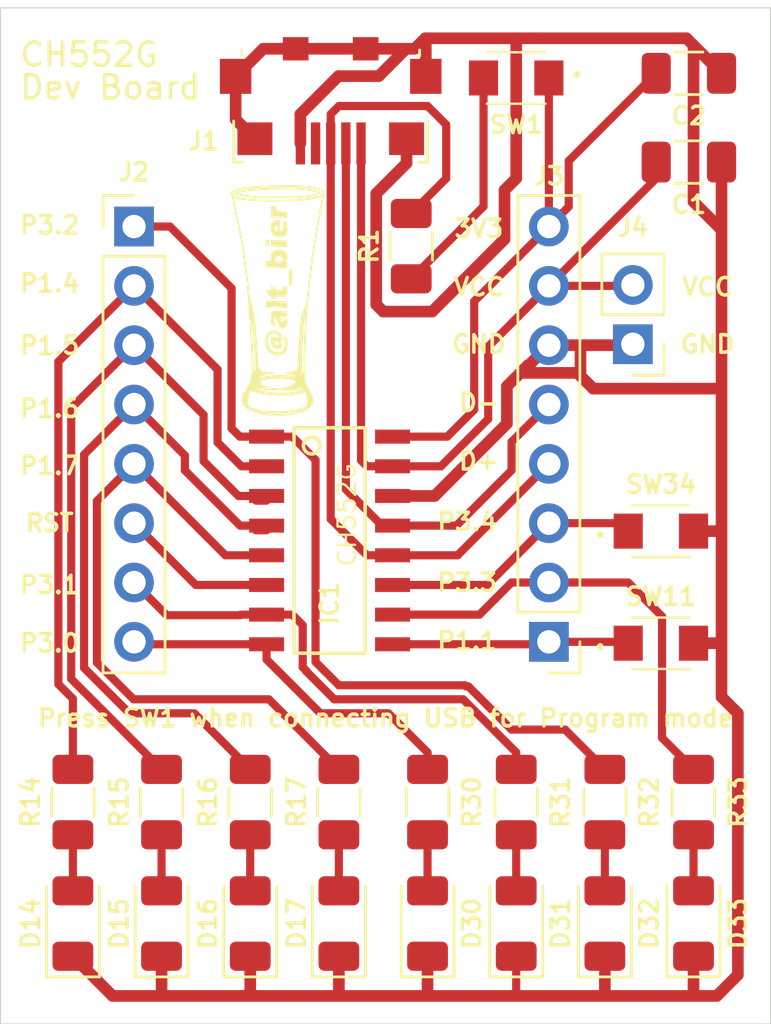
<source format=kicad_pcb>
(kicad_pcb (version 20171130) (host pcbnew "(5.1.0)-1")

  (general
    (thickness 1.6)
    (drawings 26)
    (tracks 222)
    (zones 0)
    (modules 28)
    (nets 27)
  )

  (page USLetter)
  (title_block
    (title "CH552G Development Board")
    (date 2019-09-06)
    (company "Design by @alt_bier (a.k.a. Richard Gowen)")
  )

  (layers
    (0 F.Cu signal)
    (31 B.Cu signal)
    (32 B.Adhes user)
    (33 F.Adhes user)
    (34 B.Paste user)
    (35 F.Paste user)
    (36 B.SilkS user)
    (37 F.SilkS user)
    (38 B.Mask user)
    (39 F.Mask user)
    (40 Dwgs.User user)
    (41 Cmts.User user)
    (42 Eco1.User user)
    (43 Eco2.User user)
    (44 Edge.Cuts user)
    (45 Margin user)
    (46 B.CrtYd user)
    (47 F.CrtYd user)
    (48 B.Fab user hide)
    (49 F.Fab user hide)
  )

  (setup
    (last_trace_width 0.35)
    (trace_clearance 0.2)
    (zone_clearance 0.508)
    (zone_45_only no)
    (trace_min 0.2)
    (via_size 0.8)
    (via_drill 0.4)
    (via_min_size 0.4)
    (via_min_drill 0.3)
    (uvia_size 0.3)
    (uvia_drill 0.1)
    (uvias_allowed no)
    (uvia_min_size 0.2)
    (uvia_min_drill 0.1)
    (edge_width 0.05)
    (segment_width 0.2)
    (pcb_text_width 0.3)
    (pcb_text_size 1.5 1.5)
    (mod_edge_width 0.12)
    (mod_text_size 1 1)
    (mod_text_width 0.15)
    (pad_size 1.524 1.524)
    (pad_drill 0.762)
    (pad_to_mask_clearance 0.051)
    (solder_mask_min_width 0.25)
    (aux_axis_origin 0 0)
    (visible_elements 7FFFFFFF)
    (pcbplotparams
      (layerselection 0x010fc_ffffffff)
      (usegerberextensions false)
      (usegerberattributes false)
      (usegerberadvancedattributes true)
      (creategerberjobfile false)
      (excludeedgelayer false)
      (linewidth 0.100000)
      (plotframeref false)
      (viasonmask false)
      (mode 1)
      (useauxorigin true)
      (hpglpennumber 1)
      (hpglpenspeed 20)
      (hpglpendiameter 15.000000)
      (psnegative false)
      (psa4output false)
      (plotreference true)
      (plotvalue true)
      (plotinvisibletext false)
      (padsonsilk false)
      (subtractmaskfromsilk false)
      (outputformat 1)
      (mirror false)
      (drillshape 0)
      (scaleselection 1)
      (outputdirectory "gerber/"))
  )

  (net 0 "")
  (net 1 VCC)
  (net 2 GND)
  (net 3 3V3)
  (net 4 "Net-(D14-Pad2)")
  (net 5 "Net-(D15-Pad2)")
  (net 6 "Net-(D16-Pad2)")
  (net 7 "Net-(D17-Pad2)")
  (net 8 "Net-(D30-Pad2)")
  (net 9 "Net-(D31-Pad2)")
  (net 10 "Net-(D32-Pad2)")
  (net 11 "Net-(D33-Pad2)")
  (net 12 D-)
  (net 13 D+)
  (net 14 P3.4)
  (net 15 P3.3)
  (net 16 P1.1)
  (net 17 P3.0)
  (net 18 P3.1)
  (net 19 RST)
  (net 20 P1.7)
  (net 21 P1.6)
  (net 22 P1.5)
  (net 23 P1.4)
  (net 24 P3.2)
  (net 25 "Net-(J1-Pad4)")
  (net 26 "Net-(R1-Pad2)")

  (net_class Default "This is the default net class."
    (clearance 0.2)
    (trace_width 0.35)
    (via_dia 0.8)
    (via_drill 0.4)
    (uvia_dia 0.3)
    (uvia_drill 0.1)
    (add_net 3V3)
    (add_net D+)
    (add_net D-)
    (add_net GND)
    (add_net "Net-(D14-Pad2)")
    (add_net "Net-(D15-Pad2)")
    (add_net "Net-(D16-Pad2)")
    (add_net "Net-(D17-Pad2)")
    (add_net "Net-(D30-Pad2)")
    (add_net "Net-(D31-Pad2)")
    (add_net "Net-(D32-Pad2)")
    (add_net "Net-(D33-Pad2)")
    (add_net "Net-(J1-Pad4)")
    (add_net "Net-(R1-Pad2)")
    (add_net P1.1)
    (add_net P1.4)
    (add_net P1.5)
    (add_net P1.6)
    (add_net P1.7)
    (add_net P3.0)
    (add_net P3.1)
    (add_net P3.2)
    (add_net P3.3)
    (add_net P3.4)
    (add_net RST)
    (add_net VCC)
  )

  (module alt_bier:logo-alt_bier-2300dpi (layer F.Cu) (tedit 0) (tstamp 5D736949)
    (at 106.36 90.52)
    (fp_text reference G*** (at 0 0) (layer F.Fab) hide
      (effects (font (size 1.524 1.524) (thickness 0.3)))
    )
    (fp_text value LOGO (at 0.75 0) (layer F.Fab) hide
      (effects (font (size 1.524 1.524) (thickness 0.3)))
    )
    (fp_poly (pts (xy 0.456531 -4.820932) (xy 0.560104 -4.820608) (xy 0.65691 -4.820069) (xy 0.744543 -4.819313)
      (xy 0.820601 -4.818335) (xy 0.882677 -4.81713) (xy 0.928369 -4.815696) (xy 0.955261 -4.814027)
      (xy 1.108821 -4.797049) (xy 1.241243 -4.781202) (xy 1.353437 -4.766361) (xy 1.446318 -4.752401)
      (xy 1.520796 -4.739197) (xy 1.557045 -4.731582) (xy 1.640727 -4.711978) (xy 1.705086 -4.695003)
      (xy 1.752547 -4.679451) (xy 1.78554 -4.664113) (xy 1.806489 -4.64778) (xy 1.817823 -4.629246)
      (xy 1.821969 -4.607301) (xy 1.822174 -4.599609) (xy 1.817931 -4.572043) (xy 1.803765 -4.548571)
      (xy 1.77752 -4.52811) (xy 1.737039 -4.509574) (xy 1.680167 -4.491882) (xy 1.604748 -4.473947)
      (xy 1.549638 -4.462609) (xy 1.485846 -4.450466) (xy 1.423735 -4.439458) (xy 1.369327 -4.430598)
      (xy 1.328643 -4.424899) (xy 1.319696 -4.423926) (xy 1.277516 -4.419728) (xy 1.223115 -4.414096)
      (xy 1.16622 -4.408041) (xy 1.148522 -4.406119) (xy 1.089729 -4.400144) (xy 1.029017 -4.394959)
      (xy 0.964401 -4.390509) (xy 0.893896 -4.386737) (xy 0.815519 -4.383586) (xy 0.727284 -4.381)
      (xy 0.627207 -4.378922) (xy 0.513305 -4.377296) (xy 0.383592 -4.376064) (xy 0.236084 -4.375171)
      (xy 0.068797 -4.37456) (xy 0.039634 -4.374483) (xy -0.082791 -4.374117) (xy -0.199062 -4.373652)
      (xy -0.307232 -4.373105) (xy -0.405353 -4.372491) (xy -0.491479 -4.371824) (xy -0.563662 -4.371122)
      (xy -0.619954 -4.370398) (xy -0.658408 -4.369668) (xy -0.677077 -4.368947) (xy -0.678192 -4.368819)
      (xy -0.69833 -4.368024) (xy -0.734846 -4.368933) (xy -0.782111 -4.371337) (xy -0.822739 -4.374113)
      (xy -0.892995 -4.380416) (xy -0.976117 -4.389466) (xy -1.068673 -4.400751) (xy -1.167233 -4.413759)
      (xy -1.268368 -4.427978) (xy -1.368646 -4.442895) (xy -1.464636 -4.457997) (xy -1.552909 -4.472773)
      (xy -1.630034 -4.48671) (xy -1.69258 -4.499295) (xy -1.737117 -4.510016) (xy -1.741997 -4.511421)
      (xy -1.77786 -4.52416) (xy -1.797573 -4.53783) (xy -1.80685 -4.556479) (xy -1.807124 -4.557539)
      (xy -1.808202 -4.578388) (xy -1.707983 -4.578388) (xy -1.694072 -4.571832) (xy -1.674138 -4.566717)
      (xy -1.635478 -4.559036) (xy -1.581237 -4.549278) (xy -1.514563 -4.537934) (xy -1.438604 -4.525494)
      (xy -1.356507 -4.512447) (xy -1.27142 -4.499284) (xy -1.186488 -4.486493) (xy -1.104861 -4.474566)
      (xy -1.029684 -4.463991) (xy -0.964106 -4.455259) (xy -0.911274 -4.44886) (xy -0.889 -4.446532)
      (xy -0.869028 -4.445717) (xy -0.829413 -4.445071) (xy -0.772212 -4.444587) (xy -0.699483 -4.444256)
      (xy -0.613281 -4.444069) (xy -0.515664 -4.444018) (xy -0.408689 -4.444094) (xy -0.294412 -4.444289)
      (xy -0.174891 -4.444594) (xy -0.052183 -4.445001) (xy 0.071655 -4.445501) (xy 0.194567 -4.446085)
      (xy 0.314496 -4.446746) (xy 0.429385 -4.447474) (xy 0.537176 -4.448261) (xy 0.635812 -4.449099)
      (xy 0.723238 -4.449979) (xy 0.797396 -4.450893) (xy 0.856228 -4.451832) (xy 0.897679 -4.452787)
      (xy 0.919691 -4.45375) (xy 0.922131 -4.454027) (xy 0.949144 -4.457746) (xy 0.990034 -4.462072)
      (xy 1.036636 -4.466155) (xy 1.043609 -4.466694) (xy 1.148679 -4.475819) (xy 1.25169 -4.486958)
      (xy 1.350558 -4.4997) (xy 1.443195 -4.513635) (xy 1.527518 -4.528351) (xy 1.60144 -4.543438)
      (xy 1.662876 -4.558484) (xy 1.709741 -4.573081) (xy 1.739948 -4.586815) (xy 1.751413 -4.599278)
      (xy 1.748829 -4.605588) (xy 1.733105 -4.613064) (xy 1.69984 -4.623691) (xy 1.653186 -4.636472)
      (xy 1.597296 -4.650411) (xy 1.536322 -4.664513) (xy 1.474418 -4.677782) (xy 1.415736 -4.689222)
      (xy 1.364428 -4.697837) (xy 1.363746 -4.697938) (xy 1.27507 -4.710657) (xy 1.193582 -4.721328)
      (xy 1.116174 -4.730124) (xy 1.039739 -4.73722) (xy 0.96117 -4.74279) (xy 0.87736 -4.747007)
      (xy 0.785202 -4.750046) (xy 0.681588 -4.752081) (xy 0.563412 -4.753285) (xy 0.427565 -4.753833)
      (xy 0.364435 -4.75391) (xy 0.206669 -4.753653) (xy 0.05584 -4.752723) (xy -0.086112 -4.751162)
      (xy -0.217244 -4.749013) (xy -0.335617 -4.74632) (xy -0.439289 -4.743124) (xy -0.526319 -4.73947)
      (xy -0.594766 -4.735398) (xy -0.635 -4.731853) (xy -0.667562 -4.728551) (xy -0.708717 -4.724926)
      (xy -0.76126 -4.720763) (xy -0.827988 -4.715848) (xy -0.911698 -4.709967) (xy -0.993913 -4.704345)
      (xy -1.098863 -4.695771) (xy -1.20623 -4.68434) (xy -1.312352 -4.67064) (xy -1.41357 -4.655257)
      (xy -1.506221 -4.638779) (xy -1.586644 -4.621793) (xy -1.651178 -4.604886) (xy -1.684354 -4.593641)
      (xy -1.705645 -4.584382) (xy -1.707983 -4.578388) (xy -1.808202 -4.578388) (xy -1.808573 -4.585542)
      (xy -1.796547 -4.609949) (xy -1.769223 -4.631949) (xy -1.724776 -4.652733) (xy -1.661382 -4.673491)
      (xy -1.607058 -4.688062) (xy -1.525591 -4.706088) (xy -1.427289 -4.723682) (xy -1.317402 -4.740138)
      (xy -1.20118 -4.754751) (xy -1.083872 -4.766814) (xy -0.97073 -4.775621) (xy -0.944217 -4.777204)
      (xy -0.89241 -4.780316) (xy -0.8491 -4.783347) (xy -0.818795 -4.785949) (xy -0.806004 -4.787779)
      (xy -0.805984 -4.78779) (xy -0.793512 -4.789378) (xy -0.762965 -4.791615) (xy -0.718333 -4.794256)
      (xy -0.66361 -4.797052) (xy -0.63481 -4.798383) (xy -0.57439 -4.80138) (xy -0.519952 -4.804635)
      (xy -0.476205 -4.807825) (xy -0.447863 -4.810627) (xy -0.441739 -4.8116) (xy -0.42242 -4.813349)
      (xy -0.38342 -4.814931) (xy -0.327142 -4.816341) (xy -0.255991 -4.817575) (xy -0.172372 -4.818629)
      (xy -0.078688 -4.819498) (xy 0.022654 -4.820179) (xy 0.129252 -4.820667) (xy 0.238701 -4.820958)
      (xy 0.348595 -4.821048) (xy 0.456531 -4.820932)) (layer F.SilkS) (width 0.01))
    (fp_poly (pts (xy -0.07869 -4.04284) (xy -0.074543 -4.042693) (xy -0.063683 -4.038835) (xy -0.057777 -4.025153)
      (xy -0.055459 -3.996813) (xy -0.055217 -3.974353) (xy -0.054156 -3.935458) (xy -0.048739 -3.909816)
      (xy -0.035616 -3.888617) (xy -0.013804 -3.86541) (xy 0.014609 -3.841555) (xy 0.047775 -3.823864)
      (xy 0.089237 -3.811549) (xy 0.142539 -3.80382) (xy 0.211226 -3.799889) (xy 0.284913 -3.798945)
      (xy 0.425174 -3.798934) (xy 0.423118 -3.68575) (xy 0.422177 -3.635318) (xy 0.421308 -3.591019)
      (xy 0.42063 -3.558921) (xy 0.420357 -3.547718) (xy 0.413737 -3.528034) (xy 0.393884 -3.52287)
      (xy 0.371968 -3.524585) (xy 0.363515 -3.52739) (xy 0.351132 -3.529591) (xy 0.320314 -3.532251)
      (xy 0.274705 -3.535207) (xy 0.217949 -3.538296) (xy 0.153688 -3.541355) (xy 0.085567 -3.54422)
      (xy 0.017229 -3.546728) (xy -0.047682 -3.548716) (xy -0.105523 -3.55002) (xy -0.151857 -3.550478)
      (xy -0.265062 -3.550478) (xy -0.265053 -3.680239) (xy -0.265043 -3.81) (xy -0.19465 -3.81)
      (xy -0.222976 -3.84037) (xy -0.246125 -3.868413) (xy -0.263989 -3.895395) (xy -0.26485 -3.897022)
      (xy -0.271679 -3.919473) (xy -0.276729 -3.952377) (xy -0.279425 -3.987862) (xy -0.279193 -4.018056)
      (xy -0.275459 -4.035087) (xy -0.274965 -4.035673) (xy -0.262901 -4.037718) (xy -0.234677 -4.0397)
      (xy -0.196217 -4.041411) (xy -0.153449 -4.042643) (xy -0.112298 -4.043189) (xy -0.07869 -4.04284)) (layer F.SilkS) (width 0.01))
    (fp_poly (pts (xy 0.074544 -3.4358) (xy 0.110435 -3.434522) (xy 0.110435 -2.959652) (xy 0.142076 -2.959652)
      (xy 0.173972 -2.96658) (xy 0.201414 -2.981439) (xy 0.237205 -3.022261) (xy 0.257999 -3.077056)
      (xy 0.263898 -3.146546) (xy 0.255002 -3.231453) (xy 0.243743 -3.285387) (xy 0.234327 -3.326282)
      (xy 0.227762 -3.357825) (xy 0.225106 -3.374814) (xy 0.225259 -3.376332) (xy 0.236565 -3.37585)
      (xy 0.263395 -3.372128) (xy 0.299613 -3.36625) (xy 0.339084 -3.359296) (xy 0.375671 -3.352349)
      (xy 0.403238 -3.346491) (xy 0.41565 -3.342806) (xy 0.415725 -3.342739) (xy 0.422046 -3.326359)
      (xy 0.428296 -3.292821) (xy 0.433888 -3.247049) (xy 0.438234 -3.193966) (xy 0.440745 -3.138495)
      (xy 0.440896 -3.131885) (xy 0.438727 -3.036533) (xy 0.428618 -2.95197) (xy 0.411181 -2.882161)
      (xy 0.397068 -2.848244) (xy 0.362768 -2.800162) (xy 0.314032 -2.756287) (xy 0.258424 -2.722749)
      (xy 0.22763 -2.710925) (xy 0.163034 -2.698684) (xy 0.089561 -2.695618) (xy 0.017147 -2.70157)
      (xy -0.040863 -2.715173) (xy -0.1216 -2.752318) (xy -0.185265 -2.802478) (xy -0.232423 -2.866477)
      (xy -0.263639 -2.945138) (xy -0.279481 -3.039285) (xy -0.28108 -3.064758) (xy -0.280739 -3.074824)
      (xy -0.121457 -3.074824) (xy -0.10412 -3.032697) (xy -0.08393 -3.008244) (xy -0.056886 -2.98582)
      (xy -0.031774 -2.972395) (xy -0.023191 -2.970696) (xy -0.012695 -2.971976) (xy -0.005958 -2.978478)
      (xy -0.002151 -2.994195) (xy -0.000444 -3.02312) (xy -0.000008 -3.069245) (xy 0 -3.082312)
      (xy -0.000395 -3.133023) (xy -0.001976 -3.165213) (xy -0.005336 -3.182443) (xy -0.011066 -3.18827)
      (xy -0.017468 -3.187225) (xy -0.042717 -3.181142) (xy -0.051101 -3.180522) (xy -0.069423 -3.173213)
      (xy -0.092328 -3.155415) (xy -0.094371 -3.153415) (xy -0.118281 -3.116083) (xy -0.121457 -3.074824)
      (xy -0.280739 -3.074824) (xy -0.277662 -3.165597) (xy -0.257766 -3.251824) (xy -0.221412 -3.323382)
      (xy -0.185946 -3.36494) (xy -0.145917 -3.397226) (xy -0.101855 -3.41907) (xy -0.049099 -3.431743)
      (xy 0.017017 -3.436513) (xy 0.074544 -3.4358)) (layer F.SilkS) (width 0.01))
    (fp_poly (pts (xy -0.43072 -2.586029) (xy -0.353391 -2.582362) (xy -0.353391 -2.319131) (xy -0.430696 -2.319131)
      (xy -0.47581 -2.320633) (xy -0.501022 -2.325377) (xy -0.508357 -2.332935) (xy -0.508666 -2.355116)
      (xy -0.508912 -2.391474) (xy -0.509082 -2.435934) (xy -0.509166 -2.482423) (xy -0.509153 -2.524866)
      (xy -0.509031 -2.557189) (xy -0.508798 -2.573131) (xy -0.504361 -2.581861) (xy -0.489202 -2.586268)
      (xy -0.459043 -2.587057) (xy -0.43072 -2.586029)) (layer F.SilkS) (width 0.01))
    (fp_poly (pts (xy -0.162891 -2.580125) (xy -0.119841 -2.577614) (xy -0.060011 -2.574782) (xy 0.011299 -2.571846)
      (xy 0.08879 -2.569022) (xy 0.16716 -2.566527) (xy 0.176696 -2.566251) (xy 0.246533 -2.564189)
      (xy 0.308387 -2.562244) (xy 0.359044 -2.560527) (xy 0.395287 -2.55915) (xy 0.413903 -2.558222)
      (xy 0.415688 -2.558008) (xy 0.416601 -2.547094) (xy 0.417982 -2.518297) (xy 0.419654 -2.475813)
      (xy 0.421439 -2.423834) (xy 0.421697 -2.415761) (xy 0.426148 -2.274957) (xy 0.39161 -2.274957)
      (xy 0.36594 -2.276433) (xy 0.352043 -2.279992) (xy 0.351949 -2.28008) (xy 0.339688 -2.2823)
      (xy 0.309333 -2.284999) (xy 0.264863 -2.287899) (xy 0.210258 -2.290723) (xy 0.181696 -2.291966)
      (xy 0.118305 -2.294674) (xy 0.057963 -2.297453) (xy 0.00639 -2.300025) (xy -0.03069 -2.302113)
      (xy -0.038652 -2.302641) (xy -0.078292 -2.30472) (xy -0.128998 -2.306403) (xy -0.179456 -2.30732)
      (xy -0.265043 -2.308087) (xy -0.265043 -2.5872) (xy -0.162891 -2.580125)) (layer F.SilkS) (width 0.01))
    (fp_poly (pts (xy 0.081817 -2.172878) (xy 0.178899 -2.15883) (xy 0.262754 -2.12965) (xy 0.332086 -2.086505)
      (xy 0.3856 -2.030557) (xy 0.421999 -1.962971) (xy 0.439986 -1.884914) (xy 0.441739 -1.849463)
      (xy 0.435014 -1.779114) (xy 0.413176 -1.719306) (xy 0.384636 -1.675848) (xy 0.366446 -1.649443)
      (xy 0.364713 -1.635775) (xy 0.380014 -1.632237) (xy 0.393972 -1.633419) (xy 0.405921 -1.631304)
      (xy 0.41408 -1.619458) (xy 0.419052 -1.594832) (xy 0.421438 -1.554376) (xy 0.42184 -1.495042)
      (xy 0.421824 -1.492334) (xy 0.421707 -1.440447) (xy 0.41974 -1.405392) (xy 0.41235 -1.384324)
      (xy 0.395961 -1.374399) (xy 0.367002 -1.372772) (xy 0.321896 -1.376598) (xy 0.281609 -1.380723)
      (xy 0.237856 -1.384419) (xy 0.178861 -1.388554) (xy 0.111452 -1.39269) (xy 0.042454 -1.396389)
      (xy 0.022087 -1.397365) (xy -0.038179 -1.40032) (xy -0.091367 -1.40322) (xy -0.133227 -1.405811)
      (xy -0.159509 -1.407839) (xy -0.165652 -1.408595) (xy -0.182254 -1.409834) (xy -0.216457 -1.410984)
      (xy -0.263777 -1.411938) (xy -0.319727 -1.412589) (xy -0.339587 -1.41272) (xy -0.496956 -1.413565)
      (xy -0.496956 -1.692291) (xy -0.379895 -1.684312) (xy -0.262833 -1.676333) (xy -0.270635 -1.700917)
      (xy -0.274051 -1.722428) (xy -0.276299 -1.753701) (xy -0.088197 -1.753701) (xy -0.08683 -1.707569)
      (xy -0.080648 -1.679003) (xy -0.065987 -1.66351) (xy -0.039186 -1.656598) (xy -0.007124 -1.654258)
      (xy 0.079388 -1.654275) (xy 0.146065 -1.663615) (xy 0.193112 -1.682319) (xy 0.208867 -1.694717)
      (xy 0.229153 -1.722057) (xy 0.236925 -1.755527) (xy 0.237435 -1.77157) (xy 0.227899 -1.821186)
      (xy 0.200136 -1.859471) (xy 0.155411 -1.885482) (xy 0.094989 -1.898274) (xy 0.066067 -1.899478)
      (xy 0.00396 -1.891656) (xy -0.0425 -1.868398) (xy -0.072981 -1.830016) (xy -0.087152 -1.776824)
      (xy -0.088197 -1.753701) (xy -0.276299 -1.753701) (xy -0.276731 -1.759697) (xy -0.278294 -1.806398)
      (xy -0.27854 -1.832321) (xy -0.2743 -1.914447) (xy -0.260279 -1.980548) (xy -0.234784 -2.035149)
      (xy -0.196123 -2.082778) (xy -0.17888 -2.098891) (xy -0.121156 -2.139128) (xy -0.05547 -2.163725)
      (xy 0.021948 -2.173752) (xy 0.081817 -2.172878)) (layer F.SilkS) (width 0.01))
    (fp_poly (pts (xy 0.560457 -1.318708) (xy 0.596347 -1.317028) (xy 0.622877 -1.315643) (xy 0.632239 -1.315024)
      (xy 0.634282 -1.304208) (xy 0.636142 -1.273969) (xy 0.637755 -1.226973) (xy 0.639055 -1.165882)
      (xy 0.63998 -1.093362) (xy 0.640464 -1.012076) (xy 0.640522 -0.971826) (xy 0.640522 -0.629478)
      (xy 0.496957 -0.629478) (xy 0.496957 -1.321541) (xy 0.560457 -1.318708)) (layer F.SilkS) (width 0.01))
    (fp_poly (pts (xy -0.116887 -0.595094) (xy -0.087897 -0.591108) (xy -0.076499 -0.584053) (xy -0.076155 -0.582544)
      (xy -0.075281 -0.564613) (xy -0.074203 -0.532429) (xy -0.073394 -0.502478) (xy -0.071783 -0.436218)
      (xy 0.064565 -0.432709) (xy 0.12304 -0.431581) (xy 0.163684 -0.432033) (xy 0.190723 -0.434507)
      (xy 0.208382 -0.439444) (xy 0.220887 -0.447284) (xy 0.22318 -0.449274) (xy 0.235995 -0.464463)
      (xy 0.241292 -0.484173) (xy 0.240501 -0.515725) (xy 0.239077 -0.530674) (xy 0.232706 -0.592)
      (xy 0.325698 -0.575783) (xy 0.379812 -0.564505) (xy 0.412924 -0.55309) (xy 0.425804 -0.542066)
      (xy 0.429255 -0.52415) (xy 0.432924 -0.489681) (xy 0.436298 -0.444183) (xy 0.438214 -0.408609)
      (xy 0.440198 -0.354958) (xy 0.439846 -0.317422) (xy 0.436428 -0.290089) (xy 0.429215 -0.267045)
      (xy 0.417777 -0.242957) (xy 0.399183 -0.211128) (xy 0.378812 -0.187819) (xy 0.35316 -0.171953)
      (xy 0.318723 -0.162454) (xy 0.271997 -0.158245) (xy 0.20948 -0.15825) (xy 0.149087 -0.160417)
      (xy 0.088641 -0.163105) (xy 0.034174 -0.165591) (xy -0.009607 -0.167655) (xy -0.037995 -0.169079)
      (xy -0.044174 -0.169431) (xy -0.061233 -0.168512) (xy -0.069524 -0.159104) (xy -0.072459 -0.135505)
      (xy -0.072883 -0.121478) (xy -0.073984 -0.071783) (xy -0.117057 -0.071724) (xy -0.158031 -0.072578)
      (xy -0.201756 -0.074748) (xy -0.207065 -0.07512) (xy -0.254 -0.078574) (xy -0.254 -0.133157)
      (xy -0.255448 -0.166627) (xy -0.260991 -0.183245) (xy -0.272425 -0.188125) (xy -0.273326 -0.188156)
      (xy -0.305536 -0.190505) (xy -0.340426 -0.195415) (xy -0.37011 -0.201508) (xy -0.3867 -0.207406)
      (xy -0.387491 -0.208095) (xy -0.39193 -0.220671) (xy -0.399576 -0.2493) (xy -0.40915 -0.288406)
      (xy -0.419373 -0.332417) (xy -0.428967 -0.375757) (xy -0.436651 -0.412852) (xy -0.441148 -0.438129)
      (xy -0.441802 -0.444805) (xy -0.431617 -0.447928) (xy -0.404485 -0.448889) (xy -0.365448 -0.4476)
      (xy -0.347869 -0.446453) (xy -0.254 -0.439513) (xy -0.254 -0.596348) (xy -0.165652 -0.596348)
      (xy -0.116887 -0.595094)) (layer F.SilkS) (width 0.01))
    (fp_poly (pts (xy -0.437009 0.008874) (xy -0.395449 0.011579) (xy -0.384149 0.01251) (xy -0.340918 0.015725)
      (xy -0.28219 0.019399) (xy -0.214541 0.023154) (xy -0.144544 0.026611) (xy -0.117308 0.027829)
      (xy -0.05421 0.030703) (xy 0.003408 0.033603) (xy 0.0509 0.036274) (xy 0.083617 0.038462)
      (xy 0.09387 0.039395) (xy 0.11751 0.041039) (xy 0.157701 0.042682) (xy 0.20891 0.044139)
      (xy 0.2656 0.045223) (xy 0.268102 0.045259) (xy 0.321741 0.046776) (xy 0.367044 0.049495)
      (xy 0.399621 0.053047) (xy 0.415082 0.057067) (xy 0.415611 0.057613) (xy 0.418138 0.072204)
      (xy 0.420198 0.104076) (xy 0.421567 0.148427) (xy 0.422029 0.196881) (xy 0.422038 0.325782)
      (xy 0.393428 0.326894) (xy 0.370902 0.32664) (xy 0.361615 0.324803) (xy 0.350039 0.323163)
      (xy 0.320455 0.320859) (xy 0.276923 0.31816) (xy 0.223502 0.315332) (xy 0.204054 0.314401)
      (xy 0.145626 0.311471) (xy 0.093196 0.308465) (xy 0.051694 0.305692) (xy 0.026047 0.303461)
      (xy 0.022583 0.303008) (xy 0.00389 0.301452) (xy -0.033276 0.299442) (xy -0.085309 0.297133)
      (xy -0.148603 0.294679) (xy -0.219554 0.292235) (xy -0.250743 0.29125) (xy -0.496956 0.283686)
      (xy -0.496956 0.148285) (xy -0.49597 0.083694) (xy -0.493072 0.038423) (xy -0.488354 0.013529)
      (xy -0.484949 0.008881) (xy -0.468893 0.007901) (xy -0.437009 0.008874)) (layer F.SilkS) (width 0.01))
    (fp_poly (pts (xy -0.031812 0.456514) (xy 0.010198 0.458632) (xy 0.063367 0.461852) (xy 0.108192 0.465046)
      (xy 0.140249 0.467865) (xy 0.15512 0.469959) (xy 0.155496 0.470118) (xy 0.168448 0.471808)
      (xy 0.198865 0.473605) (xy 0.242129 0.475288) (xy 0.290779 0.476577) (xy 0.347032 0.478205)
      (xy 0.384659 0.480625) (xy 0.407118 0.484366) (xy 0.417866 0.489957) (xy 0.420374 0.496409)
      (xy 0.420648 0.514161) (xy 0.420817 0.548494) (xy 0.420861 0.593906) (xy 0.420809 0.629478)
      (xy 0.420332 0.681392) (xy 0.418775 0.714987) (xy 0.415488 0.734028) (xy 0.409821 0.742277)
      (xy 0.401124 0.7435) (xy 0.401109 0.743499) (xy 0.382746 0.742094) (xy 0.347568 0.739743)
      (xy 0.300811 0.736788) (xy 0.253089 0.733887) (xy 0.124483 0.726211) (xy 0.150955 0.807605)
      (xy 0.1674 0.851006) (xy 0.185955 0.889187) (xy 0.202837 0.914455) (xy 0.204163 0.915851)
      (xy 0.225022 0.933368) (xy 0.242773 0.935833) (xy 0.259015 0.929892) (xy 0.27587 0.919257)
      (xy 0.285415 0.903007) (xy 0.289111 0.875925) (xy 0.288418 0.832795) (xy 0.288097 0.826045)
      (xy 0.286073 0.785178) (xy 0.355623 0.808456) (xy 0.392416 0.8221) (xy 0.420515 0.83498)
      (xy 0.433287 0.843801) (xy 0.438275 0.862923) (xy 0.440856 0.897347) (xy 0.441131 0.940433)
      (xy 0.439197 0.985538) (xy 0.435152 1.026022) (xy 0.43021 1.051548) (xy 0.407355 1.101643)
      (xy 0.371061 1.146592) (xy 0.331045 1.176264) (xy 0.271408 1.196353) (xy 0.211276 1.194642)
      (xy 0.157426 1.175466) (xy 0.118136 1.151541) (xy 0.085861 1.120903) (xy 0.058893 1.080428)
      (xy 0.035524 1.026991) (xy 0.014045 0.957466) (xy -0.005216 0.877956) (xy -0.015642 0.834467)
      (xy -0.026248 0.79566) (xy -0.034479 0.77065) (xy -0.054249 0.742088) (xy -0.080381 0.732775)
      (xy -0.108693 0.743969) (xy -0.112543 0.7472) (xy -0.124108 0.760135) (xy -0.130198 0.776587)
      (xy -0.131771 0.802446) (xy -0.129784 0.843601) (xy -0.129317 0.850348) (xy -0.122539 0.904137)
      (xy -0.11041 0.965205) (xy -0.09573 1.019742) (xy -0.067984 1.10631) (xy -0.09197 1.100424)
      (xy -0.116642 1.095616) (xy -0.152958 1.089883) (xy -0.174792 1.086863) (xy -0.202929 1.082421)
      (xy -0.223118 1.075284) (xy -0.237324 1.061917) (xy -0.247512 1.038783) (xy -0.255648 1.002345)
      (xy -0.263696 0.949066) (xy -0.267671 0.919717) (xy -0.279028 0.800835) (xy -0.279101 0.698678)
      (xy -0.268005 0.613763) (xy -0.245851 0.54661) (xy -0.212753 0.497734) (xy -0.169017 0.467735)
      (xy -0.146904 0.460521) (xy -0.119776 0.456404) (xy -0.082968 0.455147) (xy -0.031812 0.456514)) (layer F.SilkS) (width 0.01))
    (fp_poly (pts (xy -0.112739 1.287796) (xy -0.078302 1.291896) (xy -0.047725 1.301606) (xy -0.011913 1.31907)
      (xy -0.001835 1.324488) (xy 0.073037 1.376994) (xy 0.131642 1.443604) (xy 0.172482 1.52215)
      (xy 0.193627 1.607106) (xy 0.195423 1.65685) (xy 0.188937 1.704497) (xy 0.175675 1.74364)
      (xy 0.157141 1.767875) (xy 0.155627 1.768883) (xy 0.143777 1.778181) (xy 0.143064 1.789224)
      (xy 0.154233 1.808907) (xy 0.161058 1.81907) (xy 0.185428 1.871143) (xy 0.195601 1.929763)
      (xy 0.190114 1.985486) (xy 0.187972 1.992641) (xy 0.162332 2.038781) (xy 0.122666 2.071368)
      (xy 0.07252 2.090231) (xy 0.015441 2.095197) (xy -0.045025 2.086095) (xy -0.105329 2.062752)
      (xy -0.161927 2.024996) (xy -0.178088 2.010413) (xy -0.21321 1.970888) (xy -0.238221 1.928104)
      (xy -0.25421 1.877986) (xy -0.262268 1.816462) (xy -0.262715 1.788169) (xy -0.132522 1.788169)
      (xy -0.12717 1.823858) (xy -0.115242 1.856686) (xy -0.090272 1.886858) (xy -0.054707 1.908459)
      (xy -0.015085 1.919596) (xy 0.022051 1.918375) (xy 0.048907 1.904211) (xy 0.065003 1.874574)
      (xy 0.062859 1.840875) (xy 0.044144 1.808611) (xy 0.012443 1.784245) (xy -0.017238 1.773209)
      (xy -0.056776 1.763684) (xy -0.075577 1.760621) (xy -0.132522 1.753067) (xy -0.132522 1.788169)
      (xy -0.262715 1.788169) (xy -0.263487 1.73946) (xy -0.262016 1.696973) (xy -0.258891 1.64494)
      (xy -0.254884 1.600973) (xy -0.250519 1.569782) (xy -0.246419 1.556175) (xy -0.232004 1.554156)
      (xy -0.200812 1.556659) (xy -0.157571 1.563177) (xy -0.126717 1.569026) (xy -0.055117 1.582593)
      (xy -0.002679 1.589738) (xy 0.032681 1.590079) (xy 0.053047 1.583233) (xy 0.060502 1.568818)
      (xy 0.057129 1.546451) (xy 0.053509 1.535965) (xy 0.023827 1.486855) (xy -0.021132 1.448601)
      (xy -0.076648 1.422675) (xy -0.138004 1.410552) (xy -0.200479 1.413703) (xy -0.259356 1.433603)
      (xy -0.264866 1.436572) (xy -0.310786 1.474332) (xy -0.34738 1.52881) (xy -0.374137 1.59647)
      (xy -0.390544 1.673778) (xy -0.396089 1.757197) (xy -0.39026 1.843194) (xy -0.372543 1.928233)
      (xy -0.34652 1.999896) (xy -0.308286 2.063617) (xy -0.254943 2.123382) (xy -0.192735 2.173282)
      (xy -0.127905 2.207406) (xy -0.126968 2.207759) (xy -0.063121 2.224064) (xy 0.009126 2.230609)
      (xy 0.079588 2.226978) (xy 0.123042 2.217966) (xy 0.175812 2.192451) (xy 0.22649 2.150548)
      (xy 0.269157 2.097621) (xy 0.283894 2.072174) (xy 0.297731 2.041869) (xy 0.306977 2.011424)
      (xy 0.312876 1.974456) (xy 0.316671 1.924578) (xy 0.317986 1.897084) (xy 0.318874 1.813553)
      (xy 0.312912 1.744715) (xy 0.299146 1.68398) (xy 0.27963 1.631561) (xy 0.26938 1.604836)
      (xy 0.265528 1.588126) (xy 0.266076 1.586041) (xy 0.278743 1.58222) (xy 0.305689 1.577115)
      (xy 0.321471 1.574666) (xy 0.372376 1.567286) (xy 0.394801 1.620186) (xy 0.423858 1.711411)
      (xy 0.439232 1.811636) (xy 0.441066 1.915094) (xy 0.429502 2.016017) (xy 0.404684 2.108637)
      (xy 0.381347 2.161972) (xy 0.353655 2.209794) (xy 0.325048 2.245785) (xy 0.287811 2.279128)
      (xy 0.273664 2.290092) (xy 0.211031 2.325519) (xy 0.134864 2.349455) (xy 0.05099 2.36104)
      (xy -0.034766 2.359414) (xy -0.107403 2.346308) (xy -0.210354 2.307818) (xy -0.300303 2.252071)
      (xy -0.375896 2.180575) (xy -0.435779 2.094837) (xy -0.4786 1.996365) (xy -0.499685 1.909286)
      (xy -0.507107 1.840412) (xy -0.50903 1.76287) (xy -0.505848 1.683218) (xy -0.497954 1.608011)
      (xy -0.485742 1.543804) (xy -0.475774 1.511332) (xy -0.438959 1.440975) (xy -0.386942 1.377942)
      (xy -0.325291 1.328569) (xy -0.305058 1.31701) (xy -0.269896 1.301044) (xy -0.235953 1.291952)
      (xy -0.19442 1.287922) (xy -0.16013 1.287163) (xy -0.112739 1.287796)) (layer F.SilkS) (width 0.01))
    (fp_poly (pts (xy 0.673065 -4.919314) (xy 0.784775 -4.918643) (xy 0.885452 -4.917561) (xy 0.97273 -4.91605)
      (xy 1.044245 -4.914095) (xy 1.097629 -4.911678) (xy 1.104348 -4.911246) (xy 1.252499 -4.89842)
      (xy 1.399524 -4.880455) (xy 1.539906 -4.858204) (xy 1.668134 -4.832519) (xy 1.756795 -4.810474)
      (xy 1.842428 -4.783452) (xy 1.907993 -4.754305) (xy 1.955506 -4.721186) (xy 1.986986 -4.682248)
      (xy 2.004449 -4.635643) (xy 2.009912 -4.579525) (xy 2.009913 -4.578688) (xy 2.007785 -4.549098)
      (xy 2.001852 -4.502314) (xy 1.992796 -4.442769) (xy 1.981295 -4.374895) (xy 1.96803 -4.303126)
      (xy 1.966217 -4.29377) (xy 1.951542 -4.217775) (xy 1.937021 -4.141357) (xy 1.923686 -4.070035)
      (xy 1.912567 -4.009324) (xy 1.904698 -3.964742) (xy 1.904675 -3.964609) (xy 1.897083 -3.921952)
      (xy 1.886055 -3.862634) (xy 1.872544 -3.791642) (xy 1.857499 -3.713962) (xy 1.841874 -3.63458)
      (xy 1.837223 -3.611218) (xy 1.816497 -3.503968) (xy 1.793238 -3.377524) (xy 1.767873 -3.234578)
      (xy 1.740831 -3.077824) (xy 1.712539 -2.909954) (xy 1.683426 -2.733661) (xy 1.653921 -2.551638)
      (xy 1.624451 -2.366579) (xy 1.595444 -2.181175) (xy 1.56733 -1.998121) (xy 1.540536 -1.820108)
      (xy 1.51549 -1.64983) (xy 1.49262 -1.48998) (xy 1.472356 -1.34325) (xy 1.455124 -1.212334)
      (xy 1.452635 -1.192696) (xy 1.444821 -1.127988) (xy 1.435237 -1.044198) (xy 1.424184 -0.944233)
      (xy 1.411961 -0.830999) (xy 1.398869 -0.707403) (xy 1.385206 -0.576354) (xy 1.371273 -0.440758)
      (xy 1.357369 -0.303522) (xy 1.343795 -0.167553) (xy 1.33085 -0.035759) (xy 1.318834 0.088954)
      (xy 1.308047 0.203678) (xy 1.303425 0.254) (xy 1.296556 0.32946) (xy 1.290057 0.400834)
      (xy 1.284301 0.464039) (xy 1.279659 0.514989) (xy 1.276503 0.549599) (xy 1.275764 0.557695)
      (xy 1.2728 0.594309) (xy 1.26926 0.644174) (xy 1.26576 0.698485) (xy 1.264604 0.717826)
      (xy 1.261159 0.776692) (xy 1.257472 0.839291) (xy 1.254218 0.894189) (xy 1.253539 0.905565)
      (xy 1.251293 0.947667) (xy 1.248607 1.005017) (xy 1.245782 1.070787) (xy 1.243122 1.13815)
      (xy 1.242532 1.154043) (xy 1.23983 1.227227) (xy 1.236852 1.306713) (xy 1.233946 1.383295)
      (xy 1.231458 1.447764) (xy 1.231284 1.452217) (xy 1.229238 1.507358) (xy 1.226785 1.578024)
      (xy 1.224143 1.657664) (xy 1.221532 1.739726) (xy 1.219524 1.805609) (xy 1.217224 1.875908)
      (xy 1.214705 1.941002) (xy 1.212157 1.99677) (xy 1.209771 2.03909) (xy 1.207735 2.063843)
      (xy 1.207567 2.06513) (xy 1.206465 2.08314) (xy 1.205225 2.121114) (xy 1.203884 2.176931)
      (xy 1.202477 2.248469) (xy 1.201041 2.333607) (xy 1.199613 2.430221) (xy 1.198229 2.536192)
      (xy 1.196927 2.649396) (xy 1.196068 2.733261) (xy 1.194791 2.867286) (xy 1.193798 2.981116)
      (xy 1.193134 3.076637) (xy 1.192843 3.155741) (xy 1.192967 3.220315) (xy 1.193551 3.272249)
      (xy 1.194639 3.313432) (xy 1.196274 3.345754) (xy 1.198499 3.371102) (xy 1.20136 3.391367)
      (xy 1.204899 3.408437) (xy 1.20916 3.424202) (xy 1.212299 3.434522) (xy 1.23366 3.497088)
      (xy 1.262516 3.57286) (xy 1.296893 3.657372) (xy 1.334816 3.746155) (xy 1.37431 3.834744)
      (xy 1.4134 3.918671) (xy 1.450111 3.99347) (xy 1.482468 4.054673) (xy 1.499103 4.083225)
      (xy 1.535948 4.151909) (xy 1.556688 4.215055) (xy 1.561351 4.277247) (xy 1.549966 4.343071)
      (xy 1.522559 4.417111) (xy 1.50139 4.461565) (xy 1.462753 4.526843) (xy 1.416249 4.581804)
      (xy 1.35684 4.63165) (xy 1.30068 4.668871) (xy 1.175994 4.735382) (xy 1.033155 4.793702)
      (xy 0.874808 4.843078) (xy 0.703594 4.882762) (xy 0.522158 4.912002) (xy 0.397565 4.92526)
      (xy 0.32177 4.930018) (xy 0.229287 4.93314) (xy 0.125451 4.934671) (xy 0.015598 4.934656)
      (xy -0.094937 4.933139) (xy -0.200818 4.930165) (xy -0.296711 4.92578) (xy -0.377281 4.920028)
      (xy -0.392043 4.918622) (xy -0.460422 4.910704) (xy -0.534439 4.900456) (xy -0.60423 4.889321)
      (xy -0.650593 4.880708) (xy -0.73957 4.859281) (xy -0.840968 4.829433) (xy -0.947943 4.793548)
      (xy -1.053653 4.754009) (xy -1.057982 4.752199) (xy -0.846489 4.752199) (xy -0.83937 4.75736)
      (xy -0.815041 4.766179) (xy -0.777836 4.777449) (xy -0.732089 4.789967) (xy -0.682135 4.802528)
      (xy -0.632309 4.813928) (xy -0.601869 4.820178) (xy -0.508469 4.836335) (xy -0.41307 4.848689)
      (xy -0.311855 4.857479) (xy -0.201007 4.862946) (xy -0.076711 4.865331) (xy 0.064852 4.864874)
      (xy 0.099391 4.864406) (xy 0.182257 4.862982) (xy 0.259307 4.861346) (xy 0.327369 4.85959)
      (xy 0.383272 4.857805) (xy 0.423845 4.856083) (xy 0.445916 4.854517) (xy 0.447261 4.854329)
      (xy 0.474147 4.85025) (xy 0.514837 4.844321) (xy 0.561258 4.837716) (xy 0.568739 4.836666)
      (xy 0.657484 4.821631) (xy 0.752894 4.800914) (xy 0.850707 4.77582) (xy 0.946664 4.747657)
      (xy 1.036504 4.717732) (xy 1.115967 4.687352) (xy 1.180792 4.657823) (xy 1.215101 4.638409)
      (xy 1.23348 4.625396) (xy 1.236292 4.620484) (xy 1.231348 4.621714) (xy 1.065121 4.678365)
      (xy 0.911502 4.72441) (xy 0.765384 4.76072) (xy 0.621663 4.788167) (xy 0.475235 4.80762)
      (xy 0.320993 4.81995) (xy 0.153833 4.826029) (xy 0.027609 4.827032) (xy -0.125042 4.825175)
      (xy -0.27085 4.820204) (xy -0.406893 4.812337) (xy -0.530247 4.801786) (xy -0.63799 4.788768)
      (xy -0.727199 4.773498) (xy -0.741394 4.770453) (xy -0.785597 4.761121) (xy -0.820919 4.754633)
      (xy -0.842394 4.751851) (xy -0.846489 4.752199) (xy -1.057982 4.752199) (xy -1.151256 4.713201)
      (xy -1.209261 4.686063) (xy -1.265348 4.657363) (xy -1.30669 4.633208) (xy -1.338912 4.609607)
      (xy -1.367638 4.582569) (xy -1.390314 4.557587) (xy -1.452655 4.472388) (xy -1.495615 4.383131)
      (xy -1.4961 4.381189) (xy -1.26991 4.381189) (xy -1.261846 4.459838) (xy -1.25732 4.480056)
      (xy -1.250326 4.504489) (xy -1.241123 4.521917) (xy -1.225261 4.536389) (xy -1.198287 4.551952)
      (xy -1.155749 4.572653) (xy -1.155167 4.57293) (xy -1.060964 4.611906) (xy -0.94951 4.648254)
      (xy -0.825592 4.680822) (xy -0.693997 4.708458) (xy -0.559512 4.730009) (xy -0.451703 4.742219)
      (xy -0.383655 4.747153) (xy -0.300761 4.751204) (xy -0.207167 4.754342) (xy -0.107017 4.756535)
      (xy -0.004456 4.757752) (xy 0.096369 4.757963) (xy 0.191315 4.757135) (xy 0.276237 4.755239)
      (xy 0.346988 4.752242) (xy 0.39524 4.748567) (xy 0.499506 4.735365) (xy 0.615088 4.716778)
      (xy 0.732383 4.694519) (xy 0.841791 4.670299) (xy 0.861626 4.665433) (xy 0.900332 4.654992)
      (xy 0.949418 4.640624) (xy 1.00473 4.62368) (xy 1.062116 4.605504) (xy 1.117424 4.587446)
      (xy 1.166501 4.570852) (xy 1.205196 4.557069) (xy 1.229355 4.547446) (xy 1.235134 4.544239)
      (xy 1.240196 4.529622) (xy 1.246105 4.497806) (xy 1.252322 4.453635) (xy 1.258305 4.401954)
      (xy 1.263514 4.347605) (xy 1.267409 4.295435) (xy 1.269448 4.250285) (xy 1.269624 4.235174)
      (xy 1.267425 4.182283) (xy 1.261614 4.125356) (xy 1.253036 4.068406) (xy 1.242538 4.015444)
      (xy 1.230967 3.970482) (xy 1.219169 3.93753) (xy 1.207991 3.920601) (xy 1.202979 3.919375)
      (xy 1.186521 3.924297) (xy 1.153903 3.934254) (xy 1.110059 3.947734) (xy 1.066473 3.961197)
      (xy 0.938795 3.99621) (xy 0.800868 4.02616) (xy 0.662725 4.04911) (xy 0.541131 4.062609)
      (xy 0.498511 4.065) (xy 0.440532 4.066882) (xy 0.370674 4.068263) (xy 0.292418 4.069153)
      (xy 0.209244 4.069563) (xy 0.124634 4.069502) (xy 0.042069 4.06898) (xy -0.034971 4.068006)
      (xy -0.103006 4.066592) (xy -0.158553 4.064745) (xy -0.198133 4.062476) (xy -0.215348 4.060484)
      (xy -0.246733 4.055533) (xy -0.287083 4.05039) (xy -0.303696 4.048581) (xy -0.338293 4.045041)
      (xy -0.387313 4.04001) (xy -0.44321 4.034264) (xy -0.480391 4.030436) (xy -0.610851 4.012703)
      (xy -0.757926 3.984874) (xy -0.918899 3.947534) (xy -1.091054 3.901271) (xy -1.126881 3.890914)
      (xy -1.139431 3.895634) (xy -1.154473 3.917337) (xy -1.172583 3.957251) (xy -1.194338 4.016601)
      (xy -1.213532 4.075043) (xy -1.246003 4.191095) (xy -1.264712 4.292376) (xy -1.26991 4.381189)
      (xy -1.4961 4.381189) (xy -1.518389 4.292099) (xy -1.520168 4.201575) (xy -1.519172 4.19273)
      (xy -1.509828 4.155156) (xy -1.489229 4.099961) (xy -1.45788 4.028222) (xy -1.416285 3.941015)
      (xy -1.364949 3.839418) (xy -1.304376 3.724505) (xy -1.293891 3.70512) (xy -1.038087 3.70512)
      (xy -1.028567 3.716898) (xy -1.002866 3.734643) (xy -0.965273 3.756023) (xy -0.920075 3.778707)
      (xy -0.871562 3.800366) (xy -0.839304 3.813155) (xy -0.765565 3.838448) (xy -0.686994 3.860704)
      (xy -0.600616 3.880482) (xy -0.503454 3.898342) (xy -0.392533 3.914843) (xy -0.264876 3.930544)
      (xy -0.149087 3.942865) (xy -0.097509 3.948137) (xy -0.052419 3.952889) (xy -0.019383 3.956527)
      (xy -0.005522 3.958213) (xy 0.020488 3.96007) (xy 0.064006 3.961232) (xy 0.120469 3.961747)
      (xy 0.185311 3.961666) (xy 0.253967 3.961036) (xy 0.321872 3.959906) (xy 0.384461 3.958326)
      (xy 0.437168 3.956344) (xy 0.475429 3.954009) (xy 0.485913 3.952957) (xy 0.537652 3.946756)
      (xy 0.59316 3.940332) (xy 0.623957 3.936888) (xy 0.670335 3.930714) (xy 0.725505 3.921815)
      (xy 0.772027 3.913184) (xy 0.821308 3.90121) (xy 0.876256 3.884515) (xy 0.932924 3.864712)
      (xy 0.987366 3.843415) (xy 1.035634 3.822239) (xy 1.073783 3.802797) (xy 1.097864 3.786703)
      (xy 1.104348 3.777297) (xy 1.095922 3.762114) (xy 1.075588 3.759818) (xy 1.06206 3.764817)
      (xy 1.036019 3.775155) (xy 0.993966 3.787939) (xy 0.941626 3.801711) (xy 0.884727 3.815014)
      (xy 0.828994 3.826391) (xy 0.800652 3.831341) (xy 0.733497 3.84018) (xy 0.653595 3.847482)
      (xy 0.564934 3.853177) (xy 0.471501 3.857195) (xy 0.377283 3.859467) (xy 0.286267 3.859923)
      (xy 0.20244 3.858493) (xy 0.129789 3.855107) (xy 0.072301 3.849697) (xy 0.042859 3.844584)
      (xy 0.01627 3.840946) (xy -0.028143 3.837762) (xy -0.086119 3.835214) (xy -0.153396 3.833479)
      (xy -0.225715 3.832737) (xy -0.238749 3.832723) (xy -0.310948 3.832478) (xy -0.378325 3.831747)
      (xy -0.436764 3.830613) (xy -0.48215 3.829161) (xy -0.510368 3.827474) (xy -0.513522 3.827125)
      (xy -0.60773 3.814905) (xy -0.682816 3.804874) (xy -0.741589 3.796588) (xy -0.786856 3.789603)
      (xy -0.821424 3.783475) (xy -0.848103 3.777759) (xy -0.869699 3.772012) (xy -0.877956 3.769474)
      (xy -0.9115 3.757888) (xy -0.936583 3.747623) (xy -0.944217 3.743431) (xy -0.960448 3.734144)
      (xy -0.985331 3.722704) (xy -1.011466 3.712132) (xy -1.031455 3.705447) (xy -1.038087 3.70512)
      (xy -1.293891 3.70512) (xy -1.269977 3.660913) (xy -1.205321 3.523581) (xy -0.712971 3.523581)
      (xy -0.709951 3.548044) (xy -0.704275 3.567076) (xy -0.693231 3.583908) (xy -0.673859 3.600589)
      (xy -0.6432 3.619167) (xy -0.598292 3.641693) (xy -0.536176 3.670214) (xy -0.528444 3.673681)
      (xy -0.468237 3.699945) (xy -0.42133 3.718224) (xy -0.381274 3.730428) (xy -0.341621 3.738467)
      (xy -0.295924 3.744249) (xy -0.28713 3.745141) (xy -0.236261 3.750777) (xy -0.189309 3.757018)
      (xy -0.153692 3.762841) (xy -0.143565 3.764995) (xy -0.108388 3.769976) (xy -0.065612 3.771321)
      (xy -0.049696 3.770655) (xy -0.017439 3.768698) (xy 0.03062 3.766105) (xy 0.088218 3.763202)
      (xy 0.14909 3.760313) (xy 0.154609 3.76006) (xy 0.303696 3.753263) (xy 0.473448 3.68579)
      (xy 0.562203 3.648705) (xy 0.638261 3.613253) (xy 0.699726 3.580482) (xy 0.7447 3.551443)
      (xy 0.771285 3.527187) (xy 0.776832 3.517883) (xy 0.77682 3.489882) (xy 0.755037 3.463162)
      (xy 0.711769 3.437889) (xy 0.647302 3.414226) (xy 0.561924 3.392337) (xy 0.554073 3.39064)
      (xy 0.476966 3.375562) (xy 0.40158 3.364003) (xy 0.323839 3.355689) (xy 0.239663 3.350347)
      (xy 0.144976 3.347702) (xy 0.035699 3.347482) (xy -0.067377 3.348913) (xy -0.167126 3.351117)
      (xy -0.248613 3.353887) (xy -0.315663 3.357764) (xy -0.372102 3.36329) (xy -0.421755 3.371007)
      (xy -0.468448 3.381457) (xy -0.516005 3.395181) (xy -0.568252 3.41272) (xy -0.601299 3.424525)
      (xy -0.655175 3.446634) (xy -0.689937 3.468456) (xy -0.708298 3.493077) (xy -0.712971 3.523581)
      (xy -1.205321 3.523581) (xy -1.202006 3.51654) (xy -1.150129 3.361437) (xy -1.114054 3.197087)
      (xy -1.108733 3.163949) (xy -1.104479 3.131736) (xy -1.101222 3.097747) (xy -1.098889 3.059279)
      (xy -1.097408 3.013632) (xy -1.096709 2.958104) (xy -1.096719 2.889994) (xy -1.097367 2.8066)
      (xy -1.098581 2.70522) (xy -1.099407 2.644913) (xy -1.100862 2.548198) (xy -1.102412 2.457364)
      (xy -1.103998 2.375027) (xy -1.105562 2.303804) (xy -1.107047 2.246309) (xy -1.108392 2.205161)
      (xy -1.109542 2.182973) (xy -1.109737 2.181087) (xy -1.111725 2.158242) (xy -1.114236 2.11835)
      (xy -1.11699 2.066432) (xy -1.119707 2.007514) (xy -1.12053 1.987826) (xy -1.123304 1.923238)
      (xy -1.12629 1.859684) (xy -1.129163 1.803738) (xy -1.131597 1.761976) (xy -1.132002 1.755913)
      (xy -1.134558 1.714844) (xy -1.137609 1.659674) (xy -1.140731 1.598366) (xy -1.142931 1.551609)
      (xy -1.146852 1.467537) (xy -1.150875 1.38823) (xy -1.155209 1.310633) (xy -1.160067 1.231694)
      (xy -1.165658 1.148359) (xy -1.172194 1.057573) (xy -1.179885 0.956282) (xy -1.188944 0.841434)
      (xy -1.199579 0.709973) (xy -1.202543 0.673858) (xy -1.13453 0.673858) (xy -1.132206 0.695739)
      (xy -1.128792 0.727072) (xy -1.124758 0.770472) (xy -1.121361 0.811695) (xy -1.108609 0.981015)
      (xy -1.097972 1.129154) (xy -1.089396 1.256909) (xy -1.082828 1.36508) (xy -1.078215 1.454465)
      (xy -1.077347 1.474304) (xy -1.073652 1.559235) (xy -1.069827 1.639549) (xy -1.065518 1.722061)
      (xy -1.060369 1.813588) (xy -1.054652 1.910522) (xy -1.053032 1.939174) (xy -1.051362 1.97237)
      (xy -1.049553 2.012394) (xy -1.047516 2.061531) (xy -1.04516 2.122066) (xy -1.042395 2.196284)
      (xy -1.039133 2.28647) (xy -1.035283 2.394909) (xy -1.032318 2.479261) (xy -1.030372 2.545851)
      (xy -1.028601 2.627149) (xy -1.027129 2.715775) (xy -1.026082 2.804349) (xy -1.02563 2.871304)
      (xy -1.024749 3.097695) (xy -1.003536 3.044074) (xy -0.99113 3.005262) (xy -0.979117 2.955378)
      (xy -0.97023 2.90603) (xy -0.967042 2.869767) (xy -0.964846 2.81501) (xy -0.963592 2.745328)
      (xy -0.96323 2.664288) (xy -0.96371 2.575458) (xy -0.964984 2.482408) (xy -0.967001 2.388706)
      (xy -0.969712 2.297919) (xy -0.973068 2.213616) (xy -0.977019 2.139366) (xy -0.981515 2.078737)
      (xy -0.981749 2.076174) (xy -0.987236 2.014159) (xy -0.992765 1.94744) (xy -0.997434 1.887056)
      (xy -0.998913 1.866348) (xy -1.008606 1.72671) (xy -1.017054 1.607399) (xy -1.024392 1.5067)
      (xy -1.030752 1.422897) (xy -1.03627 1.354272) (xy -1.041079 1.299109) (xy -1.045313 1.255693)
      (xy -1.049107 1.222308) (xy -1.049359 1.220304) (xy -1.066105 1.089199) (xy -1.080484 0.978787)
      (xy -1.092674 0.887824) (xy -1.102855 0.815062) (xy -1.111204 0.759257) (xy -1.117899 0.719161)
      (xy -1.123121 0.693529) (xy -1.126428 0.682429) (xy -1.132998 0.668921) (xy -1.13453 0.673858)
      (xy -1.202543 0.673858) (xy -1.208907 0.596348) (xy -1.211793 0.557692) (xy -1.215268 0.505774)
      (xy -1.218755 0.449387) (xy -1.220157 0.425174) (xy -1.22345 0.369625) (xy -1.226967 0.314634)
      (xy -1.230137 0.268994) (xy -1.231286 0.254) (xy -1.237262 0.173131) (xy -1.24364 0.074735)
      (xy -1.250136 -0.036641) (xy -1.25382 -0.104913) (xy -1.258833 -0.1814) (xy -1.266762 -0.27719)
      (xy -1.277318 -0.389735) (xy -1.290213 -0.516483) (xy -1.30516 -0.654886) (xy -1.32187 -0.802394)
      (xy -1.340055 -0.956457) (xy -1.359427 -1.114525) (xy -1.379699 -1.274049) (xy -1.400582 -1.432479)
      (xy -1.419125 -1.568174) (xy -1.433276 -1.670795) (xy -1.448394 -1.781971) (xy -1.463658 -1.895568)
      (xy -1.478249 -2.005454) (xy -1.491347 -2.105494) (xy -1.50176 -2.186609) (xy -1.510458 -2.25424)
      (xy -1.518877 -2.316738) (xy -1.52744 -2.37628) (xy -1.536566 -2.435042) (xy -1.546676 -2.4952)
      (xy -1.558192 -2.55893) (xy -1.571534 -2.628409) (xy -1.587122 -2.705814) (xy -1.605377 -2.793319)
      (xy -1.626721 -2.893102) (xy -1.651574 -3.007338) (xy -1.680356 -3.138205) (xy -1.713489 -3.287878)
      (xy -1.72275 -3.329609) (xy -1.74116 -3.413698) (xy -1.76109 -3.506764) (xy -1.781963 -3.605946)
      (xy -1.803206 -3.708382) (xy -1.824243 -3.811211) (xy -1.8445 -3.911571) (xy -1.863402 -4.0066)
      (xy -1.880374 -4.093438) (xy -1.894841 -4.169222) (xy -1.906229 -4.231092) (xy -1.913963 -4.276185)
      (xy -1.916854 -4.295913) (xy -1.924482 -4.334431) (xy -1.93828 -4.384439) (xy -1.940667 -4.39165)
      (xy -1.860924 -4.39165) (xy -1.857159 -4.358745) (xy -1.849432 -4.308298) (xy -1.838139 -4.242324)
      (xy -1.823675 -4.162836) (xy -1.806433 -4.07185) (xy -1.786809 -3.97138) (xy -1.765198 -3.863439)
      (xy -1.741995 -3.750042) (xy -1.717594 -3.633203) (xy -1.69239 -3.514936) (xy -1.666778 -3.397256)
      (xy -1.641153 -3.282177) (xy -1.634394 -3.252305) (xy -1.613042 -3.157244) (xy -1.590191 -3.053757)
      (xy -1.567269 -2.948425) (xy -1.545702 -2.847831) (xy -1.526916 -2.758554) (xy -1.518293 -2.716696)
      (xy -1.503042 -2.640881) (xy -1.489928 -2.572906) (xy -1.478336 -2.508829) (xy -1.467656 -2.444707)
      (xy -1.457273 -2.376597) (xy -1.446575 -2.300558) (xy -1.43495 -2.212648) (xy -1.421783 -2.108923)
      (xy -1.413581 -2.043044) (xy -1.400298 -1.937347) (xy -1.387268 -1.837073) (xy -1.373667 -1.73617)
      (xy -1.358674 -1.628589) (xy -1.341465 -1.508279) (xy -1.331731 -1.441174) (xy -1.321386 -1.368136)
      (xy -1.311128 -1.292205) (xy -1.301885 -1.220498) (xy -1.294588 -1.160131) (xy -1.292071 -1.137478)
      (xy -1.284703 -1.071385) (xy -1.275833 -0.99653) (xy -1.267029 -0.926023) (xy -1.264355 -0.905565)
      (xy -1.257373 -0.852608) (xy -1.251495 -0.806845) (xy -1.246218 -0.763875) (xy -1.24104 -0.719296)
      (xy -1.235458 -0.668706) (xy -1.22897 -0.607703) (xy -1.221073 -0.531886) (xy -1.215184 -0.47487)
      (xy -1.203758 -0.376389) (xy -1.19016 -0.285409) (xy -1.172926 -0.193666) (xy -1.150594 -0.092897)
      (xy -1.138923 -0.044174) (xy -1.09657 0.132833) (xy -1.060261 0.292377) (xy -1.029401 0.43806)
      (xy -1.003392 0.573485) (xy -0.981639 0.702254) (xy -0.963547 0.82797) (xy -0.94852 0.954235)
      (xy -0.935961 1.084651) (xy -0.925275 1.22282) (xy -0.922465 1.264478) (xy -0.917891 1.331507)
      (xy -0.91324 1.39267) (xy -0.907963 1.45422) (xy -0.901509 1.522413) (xy -0.893329 1.603504)
      (xy -0.888979 1.645478) (xy -0.873332 1.8065) (xy -0.861152 1.95824) (xy -0.851661 2.111533)
      (xy -0.844828 2.258391) (xy -0.840017 2.373946) (xy -0.835646 2.470014) (xy -0.831458 2.549187)
      (xy -0.8272 2.614055) (xy -0.822616 2.667207) (xy -0.817451 2.711234) (xy -0.81145 2.748725)
      (xy -0.804357 2.782272) (xy -0.795919 2.814465) (xy -0.787187 2.843695) (xy -0.762416 2.911914)
      (xy -0.734642 2.962851) (xy -0.700577 3.001311) (xy -0.659161 3.030803) (xy -0.632974 3.043365)
      (xy -0.599385 3.053899) (xy -0.555598 3.06285) (xy -0.498813 3.07066) (xy -0.426233 3.077775)
      (xy -0.335061 3.084638) (xy -0.309217 3.086355) (xy -0.245623 3.090857) (xy -0.188262 3.095599)
      (xy -0.140953 3.100203) (xy -0.107516 3.104294) (xy -0.091768 3.107495) (xy -0.09119 3.107853)
      (xy -0.100315 3.110684) (xy -0.127165 3.116565) (xy -0.167721 3.124665) (xy -0.217963 3.134156)
      (xy -0.223712 3.135213) (xy -0.340007 3.157768) (xy -0.436697 3.179418) (xy -0.516198 3.200959)
      (xy -0.580926 3.223187) (xy -0.633297 3.246898) (xy -0.675728 3.27289) (xy -0.700124 3.292263)
      (xy -0.731177 3.32154) (xy -0.747249 3.340918) (xy -0.747892 3.349109) (xy -0.732659 3.34482)
      (xy -0.715065 3.335339) (xy -0.689743 3.323106) (xy -0.649486 3.306635) (xy -0.600423 3.288342)
      (xy -0.561789 3.274963) (xy -0.486642 3.252664) (xy -0.40699 3.234967) (xy -0.319993 3.221607)
      (xy -0.222811 3.212323) (xy -0.112603 3.206852) (xy 0.013472 3.204931) (xy 0.158255 3.206297)
      (xy 0.176696 3.206662) (xy 0.258177 3.208567) (xy 0.335245 3.210763) (xy 0.40426 3.213116)
      (xy 0.461582 3.215491) (xy 0.503572 3.217754) (xy 0.524565 3.219499) (xy 0.588983 3.23048)
      (xy 0.653081 3.246811) (xy 0.710524 3.266494) (xy 0.754979 3.28753) (xy 0.76848 3.29646)
      (xy 0.793688 3.313396) (xy 0.804661 3.316144) (xy 0.801904 3.306963) (xy 0.785922 3.288115)
      (xy 0.761576 3.265546) (xy 0.743207 3.250497) (xy 0.724712 3.237602) (xy 0.702989 3.22558)
      (xy 0.67494 3.213152) (xy 0.637466 3.19904) (xy 0.587466 3.181962) (xy 0.521842 3.16064)
      (xy 0.458822 3.140559) (xy 0.403481 3.122621) (xy 0.357364 3.106952) (xy 0.323743 3.094723)
      (xy 0.305892 3.087107) (xy 0.304213 3.085206) (xy 0.318281 3.083202) (xy 0.3504 3.079555)
      (xy 0.396627 3.074685) (xy 0.453025 3.06901) (xy 0.4937 3.065047) (xy 0.569059 3.05744)
      (xy 0.626414 3.050456) (xy 0.669793 3.04311) (xy 0.70322 3.03442) (xy 0.730722 3.023403)
      (xy 0.756324 3.009076) (xy 0.775853 2.996152) (xy 0.813303 2.965388) (xy 0.838863 2.930415)
      (xy 0.855052 2.885904) (xy 0.864391 2.826524) (xy 0.866231 2.805043) (xy 0.870094 2.756205)
      (xy 0.870805 2.748106) (xy 1.052257 2.748106) (xy 1.056129 2.855978) (xy 1.064988 2.957732)
      (xy 1.078377 3.04809) (xy 1.095242 3.119782) (xy 1.106693 3.15538) (xy 1.115906 3.179138)
      (xy 1.121168 3.186739) (xy 1.121567 3.186043) (xy 1.122295 3.173171) (xy 1.1232 3.140317)
      (xy 1.124249 3.089582) (xy 1.125407 3.023071) (xy 1.126641 2.942886) (xy 1.127918 2.85113)
      (xy 1.129204 2.749908) (xy 1.130466 2.64132) (xy 1.130909 2.600739) (xy 1.132179 2.48935)
      (xy 1.133527 2.384032) (xy 1.134914 2.28697) (xy 1.136302 2.200346) (xy 1.137654 2.126345)
      (xy 1.138931 2.067149) (xy 1.140095 2.024944) (xy 1.141107 2.001911) (xy 1.141405 1.998869)
      (xy 1.142962 1.980146) (xy 1.144933 1.942886) (xy 1.147172 1.890635) (xy 1.149534 1.826935)
      (xy 1.151872 1.755332) (xy 1.152999 1.717261) (xy 1.155385 1.636404) (xy 1.15791 1.555501)
      (xy 1.160405 1.4797) (xy 1.162697 1.414151) (xy 1.164616 1.364001) (xy 1.165089 1.352826)
      (xy 1.16758 1.295643) (xy 1.170594 1.225991) (xy 1.173717 1.153468) (xy 1.176058 1.098826)
      (xy 1.181366 0.979975) (xy 1.186847 0.867249) (xy 1.192339 0.763492) (xy 1.197681 0.671551)
      (xy 1.20271 0.594269) (xy 1.207264 0.534494) (xy 1.209724 0.508) (xy 1.211094 0.488274)
      (xy 1.208938 0.48754) (xy 1.202827 0.50669) (xy 1.193725 0.54113) (xy 1.17613 0.623417)
      (xy 1.159838 0.72694) (xy 1.144938 0.850885) (xy 1.131516 0.994435) (xy 1.119657 1.156775)
      (xy 1.109766 1.330739) (xy 1.106732 1.388859) (xy 1.103487 1.446746) (xy 1.100509 1.496049)
      (xy 1.099019 1.518478) (xy 1.096387 1.558359) (xy 1.093101 1.611951) (xy 1.089665 1.670909)
      (xy 1.087694 1.706217) (xy 1.084578 1.759405) (xy 1.081384 1.80756) (xy 1.078546 1.844461)
      (xy 1.076934 1.860826) (xy 1.075604 1.880488) (xy 1.07396 1.918952) (xy 1.072107 1.972935)
      (xy 1.07015 2.039158) (xy 1.068193 2.114337) (xy 1.066404 2.19213) (xy 1.064372 2.281158)
      (xy 1.062088 2.371994) (xy 1.059695 2.459549) (xy 1.057336 2.53873) (xy 1.055156 2.604446)
      (xy 1.053825 2.639391) (xy 1.052257 2.748106) (xy 0.870805 2.748106) (xy 0.874065 2.711008)
      (xy 0.877411 2.677691) (xy 0.878022 2.672522) (xy 0.881651 2.634889) (xy 0.885785 2.576857)
      (xy 0.890325 2.500105) (xy 0.895172 2.406311) (xy 0.899986 2.302565) (xy 0.904915 2.193274)
      (xy 0.909345 2.100966) (xy 0.913604 2.020549) (xy 0.91802 1.946935) (xy 0.922922 1.875034)
      (xy 0.928638 1.799755) (xy 0.935496 1.716011) (xy 0.943824 1.61871) (xy 0.944856 1.606826)
      (xy 0.952228 1.521528) (xy 0.959285 1.439025) (xy 0.9657 1.363178) (xy 0.971151 1.297849)
      (xy 0.975312 1.246899) (xy 0.977815 1.214782) (xy 0.981493 1.166866) (xy 0.985265 1.121139)
      (xy 0.988286 1.087782) (xy 0.991563 1.053231) (xy 0.995718 1.00738) (xy 0.999318 0.966304)
      (xy 1.008885 0.861993) (xy 1.018644 0.775107) (xy 1.029738 0.701004) (xy 1.043312 0.635043)
      (xy 1.060511 0.572581) (xy 1.082478 0.508978) (xy 1.110359 0.439591) (xy 1.145297 0.359779)
      (xy 1.153146 0.342348) (xy 1.245433 0.138043) (xy 1.297436 -0.391138) (xy 1.307929 -0.49761)
      (xy 1.317867 -0.597868) (xy 1.327023 -0.689667) (xy 1.33517 -0.770763) (xy 1.342082 -0.838909)
      (xy 1.347533 -0.89186) (xy 1.351296 -0.927371) (xy 1.353143 -0.943197) (xy 1.353162 -0.943312)
      (xy 1.355745 -0.962343) (xy 1.360249 -0.998591) (xy 1.3661 -1.047329) (xy 1.372725 -1.103828)
      (xy 1.374701 -1.120913) (xy 1.38507 -1.206283) (xy 1.398561 -1.310114) (xy 1.414692 -1.429079)
      (xy 1.432979 -1.559849) (xy 1.452939 -1.699094) (xy 1.474091 -1.843487) (xy 1.495949 -1.989698)
      (xy 1.518032 -2.134399) (xy 1.539857 -2.274261) (xy 1.56094 -2.405956) (xy 1.562985 -2.418522)
      (xy 1.575891 -2.497884) (xy 1.591255 -2.592638) (xy 1.60804 -2.696367) (xy 1.625208 -2.802654)
      (xy 1.641721 -2.905084) (xy 1.65139 -2.965174) (xy 1.66756 -3.063055) (xy 1.68687 -3.175567)
      (xy 1.708069 -3.295694) (xy 1.729908 -3.416423) (xy 1.751136 -3.530737) (xy 1.76652 -3.611218)
      (xy 1.785742 -3.710623) (xy 1.806231 -3.817366) (xy 1.826869 -3.925556) (xy 1.846535 -4.029305)
      (xy 1.86411 -4.122725) (xy 1.877552 -4.194939) (xy 1.890971 -4.266805) (xy 1.903405 -4.33194)
      (xy 1.914195 -4.38701) (xy 1.922682 -4.428676) (xy 1.928207 -4.453603) (xy 1.929645 -4.458728)
      (xy 1.932588 -4.467979) (xy 1.929817 -4.471098) (xy 1.917695 -4.466984) (xy 1.892581 -4.454536)
      (xy 1.860826 -4.437908) (xy 1.805354 -4.412877) (xy 1.736353 -4.389311) (xy 1.652576 -4.366965)
      (xy 1.552777 -4.345596) (xy 1.435708 -4.324957) (xy 1.300122 -4.304804) (xy 1.144774 -4.284893)
      (xy 0.993913 -4.267722) (xy 0.950785 -4.262997) (xy 0.907571 -4.258187) (xy 0.900044 -4.257338)
      (xy 0.856382 -4.252723) (xy 0.811792 -4.248776) (xy 0.764225 -4.245448) (xy 0.711635 -4.242689)
      (xy 0.651973 -4.24045) (xy 0.583191 -4.238682) (xy 0.503243 -4.237336) (xy 0.41008 -4.236362)
      (xy 0.301655 -4.235711) (xy 0.175919 -4.235335) (xy 0.030827 -4.235183) (xy -0.022087 -4.235174)
      (xy -0.207123 -4.235394) (xy -0.371256 -4.23607) (xy -0.515665 -4.237228) (xy -0.64153 -4.238893)
      (xy -0.750029 -4.241092) (xy -0.842342 -4.24385) (xy -0.919648 -4.247192) (xy -0.983128 -4.251145)
      (xy -1.03396 -4.255733) (xy -1.04913 -4.257513) (xy -1.073281 -4.260218) (xy -1.114642 -4.264502)
      (xy -1.168433 -4.269882) (xy -1.229873 -4.275879) (xy -1.266558 -4.279395) (xy -1.332907 -4.286052)
      (xy -1.396901 -4.293086) (xy -1.452917 -4.299835) (xy -1.495329 -4.305639) (xy -1.509514 -4.30795)
      (xy -1.560467 -4.318382) (xy -1.619349 -4.332409) (xy -1.68032 -4.348427) (xy -1.737542 -4.36483)
      (xy -1.785176 -4.380012) (xy -1.817384 -4.392366) (xy -1.818706 -4.392986) (xy -1.843774 -4.403018)
      (xy -1.859133 -4.405599) (xy -1.860333 -4.405) (xy -1.860924 -4.39165) (xy -1.940667 -4.39165)
      (xy -1.955725 -4.437123) (xy -1.962395 -4.455004) (xy -1.981964 -4.509259) (xy -1.99189 -4.549558)
      (xy -1.992113 -4.568988) (xy -1.925294 -4.568988) (xy -1.922647 -4.5468) (xy -1.902595 -4.519981)
      (xy -1.86313 -4.492344) (xy -1.806862 -4.464765) (xy -1.736401 -4.438117) (xy -1.654355 -4.413275)
      (xy -1.563334 -4.391115) (xy -1.465947 -4.372511) (xy -1.364805 -4.358337) (xy -1.358348 -4.357611)
      (xy -1.292214 -4.3507) (xy -1.212988 -4.343089) (xy -1.125384 -4.335167) (xy -1.034114 -4.327326)
      (xy -0.943891 -4.319956) (xy -0.85943 -4.313447) (xy -0.785444 -4.308191) (xy -0.726644 -4.304578)
      (xy -0.706783 -4.303609) (xy -0.682133 -4.302992) (xy -0.637731 -4.30235) (xy -0.575909 -4.301699)
      (xy -0.499001 -4.301056) (xy -0.409342 -4.300438) (xy -0.309264 -4.299862) (xy -0.201102 -4.299345)
      (xy -0.08719 -4.298904) (xy -0.03313 -4.29873) (xy 0.121919 -4.298471) (xy 0.256799 -4.298714)
      (xy 0.373426 -4.299493) (xy 0.473711 -4.300843) (xy 0.559569 -4.302797) (xy 0.632914 -4.30539)
      (xy 0.695659 -4.308656) (xy 0.749718 -4.312629) (xy 0.750957 -4.312736) (xy 0.941188 -4.330652)
      (xy 1.116861 -4.350058) (xy 1.276948 -4.370778) (xy 1.42042 -4.392637) (xy 1.546251 -4.415458)
      (xy 1.653412 -4.439067) (xy 1.740875 -4.463289) (xy 1.807613 -4.487947) (xy 1.824628 -4.496004)
      (xy 1.863927 -4.519617) (xy 1.899842 -4.547454) (xy 1.927594 -4.575147) (xy 1.942407 -4.598332)
      (xy 1.943652 -4.604785) (xy 1.934362 -4.633185) (xy 1.90994 -4.664394) (xy 1.875562 -4.692531)
      (xy 1.857021 -4.70323) (xy 1.795985 -4.72789) (xy 1.713034 -4.751838) (xy 1.608331 -4.775039)
      (xy 1.48204 -4.797461) (xy 1.334323 -4.81907) (xy 1.23687 -4.831462) (xy 1.158933 -4.839327)
      (xy 1.067209 -4.845646) (xy 0.960436 -4.850448) (xy 0.837351 -4.853762) (xy 0.696691 -4.855617)
      (xy 0.537193 -4.856041) (xy 0.357595 -4.855064) (xy 0.251774 -4.853963) (xy 0.139096 -4.852555)
      (xy 0.030828 -4.851077) (xy -0.070573 -4.849572) (xy -0.162651 -4.848081) (xy -0.242948 -4.846648)
      (xy -0.309009 -4.845313) (xy -0.358376 -4.84412) (xy -0.388593 -4.843109) (xy -0.392043 -4.842937)
      (xy -0.43244 -4.840844) (xy -0.488088 -4.838148) (xy -0.552171 -4.835173) (xy -0.617871 -4.83224)
      (xy -0.629478 -4.831735) (xy -0.690815 -4.828908) (xy -0.747973 -4.825959) (xy -0.79551 -4.823191)
      (xy -0.827987 -4.820907) (xy -0.833783 -4.820381) (xy -0.864324 -4.817779) (xy -0.90941 -4.814489)
      (xy -0.96153 -4.811043) (xy -0.988391 -4.809398) (xy -1.076975 -4.803366) (xy -1.180624 -4.795012)
      (xy -1.292509 -4.784913) (xy -1.384295 -4.775871) (xy -1.430938 -4.76922) (xy -1.491889 -4.75791)
      (xy -1.560255 -4.743482) (xy -1.629147 -4.727478) (xy -1.691671 -4.711439) (xy -1.740938 -4.696908)
      (xy -1.748143 -4.694475) (xy -1.82151 -4.664763) (xy -1.876078 -4.633447) (xy -1.910967 -4.601273)
      (xy -1.925294 -4.568988) (xy -1.992113 -4.568988) (xy -1.99226 -4.58177) (xy -1.983158 -4.611769)
      (xy -1.965156 -4.644638) (xy -1.934828 -4.676925) (xy -1.885176 -4.70912) (xy -1.818951 -4.740343)
      (xy -1.738901 -4.769714) (xy -1.647776 -4.796354) (xy -1.548327 -4.819381) (xy -1.443301 -4.837917)
      (xy -1.335449 -4.851082) (xy -1.314177 -4.85296) (xy -1.176583 -4.864131) (xy -1.058542 -4.873298)
      (xy -0.957629 -4.880646) (xy -0.871418 -4.886355) (xy -0.861391 -4.886972) (xy -0.808435 -4.890386)
      (xy -0.759644 -4.893853) (xy -0.721829 -4.896875) (xy -0.706783 -4.898316) (xy -0.66692 -4.901452)
      (xy -0.607336 -4.904397) (xy -0.530398 -4.907133) (xy -0.43847 -4.909643) (xy -0.333919 -4.911912)
      (xy -0.21911 -4.913921) (xy -0.096408 -4.915655) (xy 0.03182 -4.917095) (xy 0.16321 -4.918226)
      (xy 0.295395 -4.919031) (xy 0.426009 -4.919491) (xy 0.552688 -4.919591) (xy 0.673065 -4.919314)) (layer F.SilkS) (width 0.01))
  )

  (module CH552G_dev:C_1206_3216Metric (layer F.Cu) (tedit 5D717C31) (tstamp 5D72BCAC)
    (at 124 84.6 180)
    (descr "Capacitor SMD 1206 (3216 Metric), square (rectangular) end terminal, IPC_7351 nominal, (Body size source: http://www.tortai-tech.com/upload/download/2011102023233369053.pdf), generated with kicad-footprint-generator")
    (tags capacitor)
    (path /5D72BE75)
    (attr smd)
    (fp_text reference C1 (at 0 -1.82 180) (layer F.SilkS)
      (effects (font (size 0.75 0.75) (thickness 0.15)))
    )
    (fp_text value 0.1uF/100nF (at 0 1.82 180) (layer F.Fab)
      (effects (font (size 1 1) (thickness 0.15)))
    )
    (fp_text user %R (at 0 0 180) (layer F.Fab)
      (effects (font (size 0.8 0.8) (thickness 0.12)))
    )
    (fp_line (start 2.28 1.12) (end -2.28 1.12) (layer F.CrtYd) (width 0.05))
    (fp_line (start 2.28 -1.12) (end 2.28 1.12) (layer F.CrtYd) (width 0.05))
    (fp_line (start -2.28 -1.12) (end 2.28 -1.12) (layer F.CrtYd) (width 0.05))
    (fp_line (start -2.28 1.12) (end -2.28 -1.12) (layer F.CrtYd) (width 0.05))
    (fp_line (start -0.602064 0.91) (end 0.602064 0.91) (layer F.SilkS) (width 0.12))
    (fp_line (start -0.602064 -0.91) (end 0.602064 -0.91) (layer F.SilkS) (width 0.12))
    (fp_line (start 1.6 0.8) (end -1.6 0.8) (layer F.Fab) (width 0.1))
    (fp_line (start 1.6 -0.8) (end 1.6 0.8) (layer F.Fab) (width 0.1))
    (fp_line (start -1.6 -0.8) (end 1.6 -0.8) (layer F.Fab) (width 0.1))
    (fp_line (start -1.6 0.8) (end -1.6 -0.8) (layer F.Fab) (width 0.1))
    (pad 2 smd roundrect (at 1.4 0 180) (size 1.25 1.75) (layers F.Cu F.Paste F.Mask) (roundrect_rratio 0.2)
      (net 1 VCC))
    (pad 1 smd roundrect (at -1.4 0 180) (size 1.25 1.75) (layers F.Cu F.Paste F.Mask) (roundrect_rratio 0.2)
      (net 2 GND))
    (model ${KIPRJMOD}/3d_models/C_1206_3216Metric.wrl
      (at (xyz 0 0 0))
      (scale (xyz 1 1 1))
      (rotate (xyz 0 0 0))
    )
  )

  (module CH552G_dev:C_1206_3216Metric (layer F.Cu) (tedit 5D717C31) (tstamp 5D72BCBD)
    (at 124 80.8 180)
    (descr "Capacitor SMD 1206 (3216 Metric), square (rectangular) end terminal, IPC_7351 nominal, (Body size source: http://www.tortai-tech.com/upload/download/2011102023233369053.pdf), generated with kicad-footprint-generator")
    (tags capacitor)
    (path /5D740915)
    (attr smd)
    (fp_text reference C2 (at 0 -1.82 180) (layer F.SilkS)
      (effects (font (size 0.75 0.75) (thickness 0.15)))
    )
    (fp_text value 0.1uF/100nF (at 0 1.82 180) (layer F.Fab)
      (effects (font (size 1 1) (thickness 0.15)))
    )
    (fp_line (start -1.6 0.8) (end -1.6 -0.8) (layer F.Fab) (width 0.1))
    (fp_line (start -1.6 -0.8) (end 1.6 -0.8) (layer F.Fab) (width 0.1))
    (fp_line (start 1.6 -0.8) (end 1.6 0.8) (layer F.Fab) (width 0.1))
    (fp_line (start 1.6 0.8) (end -1.6 0.8) (layer F.Fab) (width 0.1))
    (fp_line (start -0.602064 -0.91) (end 0.602064 -0.91) (layer F.SilkS) (width 0.12))
    (fp_line (start -0.602064 0.91) (end 0.602064 0.91) (layer F.SilkS) (width 0.12))
    (fp_line (start -2.28 1.12) (end -2.28 -1.12) (layer F.CrtYd) (width 0.05))
    (fp_line (start -2.28 -1.12) (end 2.28 -1.12) (layer F.CrtYd) (width 0.05))
    (fp_line (start 2.28 -1.12) (end 2.28 1.12) (layer F.CrtYd) (width 0.05))
    (fp_line (start 2.28 1.12) (end -2.28 1.12) (layer F.CrtYd) (width 0.05))
    (fp_text user %R (at 0 0 180) (layer F.Fab)
      (effects (font (size 0.8 0.8) (thickness 0.12)))
    )
    (pad 1 smd roundrect (at -1.4 0 180) (size 1.25 1.75) (layers F.Cu F.Paste F.Mask) (roundrect_rratio 0.2)
      (net 2 GND))
    (pad 2 smd roundrect (at 1.4 0 180) (size 1.25 1.75) (layers F.Cu F.Paste F.Mask) (roundrect_rratio 0.2)
      (net 3 3V3))
    (model ${KIPRJMOD}/3d_models/C_1206_3216Metric.wrl
      (at (xyz 0 0 0))
      (scale (xyz 1 1 1))
      (rotate (xyz 0 0 0))
    )
  )

  (module CH552G_dev:LED_1206_3216Metric (layer F.Cu) (tedit 5D717D3E) (tstamp 5D72BCD0)
    (at 97.6 117.2 90)
    (descr "LED SMD 1206 (3216 Metric), square (rectangular) end terminal, IPC_7351 nominal, (Body size source: http://www.tortai-tech.com/upload/download/2011102023233369053.pdf), generated with kicad-footprint-generator")
    (tags diode)
    (path /5D77373D)
    (attr smd)
    (fp_text reference D14 (at 0 -1.82 90) (layer F.SilkS)
      (effects (font (size 0.75 0.75) (thickness 0.15)))
    )
    (fp_text value Red (at 0 1.82 90) (layer F.Fab)
      (effects (font (size 1 1) (thickness 0.15)))
    )
    (fp_text user %R (at 0 0 90) (layer F.Fab)
      (effects (font (size 0.8 0.8) (thickness 0.12)))
    )
    (fp_line (start 2.28 1.12) (end -2.28 1.12) (layer F.CrtYd) (width 0.05))
    (fp_line (start 2.28 -1.12) (end 2.28 1.12) (layer F.CrtYd) (width 0.05))
    (fp_line (start -2.28 -1.12) (end 2.28 -1.12) (layer F.CrtYd) (width 0.05))
    (fp_line (start -2.28 1.12) (end -2.28 -1.12) (layer F.CrtYd) (width 0.05))
    (fp_line (start -2.285 1.135) (end 1.6 1.135) (layer F.SilkS) (width 0.12))
    (fp_line (start -2.285 -1.135) (end -2.285 1.135) (layer F.SilkS) (width 0.12))
    (fp_line (start 1.6 -1.135) (end -2.285 -1.135) (layer F.SilkS) (width 0.12))
    (fp_line (start 1.6 0.8) (end 1.6 -0.8) (layer F.Fab) (width 0.1))
    (fp_line (start -1.6 0.8) (end 1.6 0.8) (layer F.Fab) (width 0.1))
    (fp_line (start -1.6 -0.4) (end -1.6 0.8) (layer F.Fab) (width 0.1))
    (fp_line (start -1.2 -0.8) (end -1.6 -0.4) (layer F.Fab) (width 0.1))
    (fp_line (start 1.6 -0.8) (end -1.2 -0.8) (layer F.Fab) (width 0.1))
    (pad 2 smd roundrect (at 1.4 0 90) (size 1.25 1.75) (layers F.Cu F.Paste F.Mask) (roundrect_rratio 0.2)
      (net 4 "Net-(D14-Pad2)"))
    (pad 1 smd roundrect (at -1.4 0 90) (size 1.25 1.75) (layers F.Cu F.Paste F.Mask) (roundrect_rratio 0.2)
      (net 2 GND))
    (model ${KIPRJMOD}/3d_models/LED_1206_3216Metric.wrl
      (at (xyz 0 0 0))
      (scale (xyz 1 1 1))
      (rotate (xyz 0 0 0))
    )
  )

  (module CH552G_dev:LED_1206_3216Metric (layer F.Cu) (tedit 5D717D3E) (tstamp 5D72BCE3)
    (at 101.4 117.2 90)
    (descr "LED SMD 1206 (3216 Metric), square (rectangular) end terminal, IPC_7351 nominal, (Body size source: http://www.tortai-tech.com/upload/download/2011102023233369053.pdf), generated with kicad-footprint-generator")
    (tags diode)
    (path /5D77BCEF)
    (attr smd)
    (fp_text reference D15 (at 0 -1.82 90) (layer F.SilkS)
      (effects (font (size 0.75 0.75) (thickness 0.15)))
    )
    (fp_text value Red (at 0 1.82 90) (layer F.Fab)
      (effects (font (size 1 1) (thickness 0.15)))
    )
    (fp_line (start 1.6 -0.8) (end -1.2 -0.8) (layer F.Fab) (width 0.1))
    (fp_line (start -1.2 -0.8) (end -1.6 -0.4) (layer F.Fab) (width 0.1))
    (fp_line (start -1.6 -0.4) (end -1.6 0.8) (layer F.Fab) (width 0.1))
    (fp_line (start -1.6 0.8) (end 1.6 0.8) (layer F.Fab) (width 0.1))
    (fp_line (start 1.6 0.8) (end 1.6 -0.8) (layer F.Fab) (width 0.1))
    (fp_line (start 1.6 -1.135) (end -2.285 -1.135) (layer F.SilkS) (width 0.12))
    (fp_line (start -2.285 -1.135) (end -2.285 1.135) (layer F.SilkS) (width 0.12))
    (fp_line (start -2.285 1.135) (end 1.6 1.135) (layer F.SilkS) (width 0.12))
    (fp_line (start -2.28 1.12) (end -2.28 -1.12) (layer F.CrtYd) (width 0.05))
    (fp_line (start -2.28 -1.12) (end 2.28 -1.12) (layer F.CrtYd) (width 0.05))
    (fp_line (start 2.28 -1.12) (end 2.28 1.12) (layer F.CrtYd) (width 0.05))
    (fp_line (start 2.28 1.12) (end -2.28 1.12) (layer F.CrtYd) (width 0.05))
    (fp_text user %R (at 0 0 90) (layer F.Fab)
      (effects (font (size 0.8 0.8) (thickness 0.12)))
    )
    (pad 1 smd roundrect (at -1.4 0 90) (size 1.25 1.75) (layers F.Cu F.Paste F.Mask) (roundrect_rratio 0.2)
      (net 2 GND))
    (pad 2 smd roundrect (at 1.4 0 90) (size 1.25 1.75) (layers F.Cu F.Paste F.Mask) (roundrect_rratio 0.2)
      (net 5 "Net-(D15-Pad2)"))
    (model ${KIPRJMOD}/3d_models/LED_1206_3216Metric.wrl
      (at (xyz 0 0 0))
      (scale (xyz 1 1 1))
      (rotate (xyz 0 0 0))
    )
  )

  (module CH552G_dev:LED_1206_3216Metric (layer F.Cu) (tedit 5D717D3E) (tstamp 5D72BCF6)
    (at 105.2 117.2 90)
    (descr "LED SMD 1206 (3216 Metric), square (rectangular) end terminal, IPC_7351 nominal, (Body size source: http://www.tortai-tech.com/upload/download/2011102023233369053.pdf), generated with kicad-footprint-generator")
    (tags diode)
    (path /5D77BD02)
    (attr smd)
    (fp_text reference D16 (at 0 -1.82 90) (layer F.SilkS)
      (effects (font (size 0.75 0.75) (thickness 0.15)))
    )
    (fp_text value Red (at 0 1.82 90) (layer F.Fab)
      (effects (font (size 1 1) (thickness 0.15)))
    )
    (fp_text user %R (at 0 0 90) (layer F.Fab)
      (effects (font (size 0.8 0.8) (thickness 0.12)))
    )
    (fp_line (start 2.28 1.12) (end -2.28 1.12) (layer F.CrtYd) (width 0.05))
    (fp_line (start 2.28 -1.12) (end 2.28 1.12) (layer F.CrtYd) (width 0.05))
    (fp_line (start -2.28 -1.12) (end 2.28 -1.12) (layer F.CrtYd) (width 0.05))
    (fp_line (start -2.28 1.12) (end -2.28 -1.12) (layer F.CrtYd) (width 0.05))
    (fp_line (start -2.285 1.135) (end 1.6 1.135) (layer F.SilkS) (width 0.12))
    (fp_line (start -2.285 -1.135) (end -2.285 1.135) (layer F.SilkS) (width 0.12))
    (fp_line (start 1.6 -1.135) (end -2.285 -1.135) (layer F.SilkS) (width 0.12))
    (fp_line (start 1.6 0.8) (end 1.6 -0.8) (layer F.Fab) (width 0.1))
    (fp_line (start -1.6 0.8) (end 1.6 0.8) (layer F.Fab) (width 0.1))
    (fp_line (start -1.6 -0.4) (end -1.6 0.8) (layer F.Fab) (width 0.1))
    (fp_line (start -1.2 -0.8) (end -1.6 -0.4) (layer F.Fab) (width 0.1))
    (fp_line (start 1.6 -0.8) (end -1.2 -0.8) (layer F.Fab) (width 0.1))
    (pad 2 smd roundrect (at 1.4 0 90) (size 1.25 1.75) (layers F.Cu F.Paste F.Mask) (roundrect_rratio 0.2)
      (net 6 "Net-(D16-Pad2)"))
    (pad 1 smd roundrect (at -1.4 0 90) (size 1.25 1.75) (layers F.Cu F.Paste F.Mask) (roundrect_rratio 0.2)
      (net 2 GND))
    (model ${KIPRJMOD}/3d_models/LED_1206_3216Metric.wrl
      (at (xyz 0 0 0))
      (scale (xyz 1 1 1))
      (rotate (xyz 0 0 0))
    )
  )

  (module CH552G_dev:LED_1206_3216Metric (layer F.Cu) (tedit 5D717D3E) (tstamp 5D72BD09)
    (at 109 117.2 90)
    (descr "LED SMD 1206 (3216 Metric), square (rectangular) end terminal, IPC_7351 nominal, (Body size source: http://www.tortai-tech.com/upload/download/2011102023233369053.pdf), generated with kicad-footprint-generator")
    (tags diode)
    (path /5D785B88)
    (attr smd)
    (fp_text reference D17 (at 0 -1.82 90) (layer F.SilkS)
      (effects (font (size 0.75 0.75) (thickness 0.15)))
    )
    (fp_text value Red (at 0 1.82 90) (layer F.Fab)
      (effects (font (size 1 1) (thickness 0.15)))
    )
    (fp_line (start 1.6 -0.8) (end -1.2 -0.8) (layer F.Fab) (width 0.1))
    (fp_line (start -1.2 -0.8) (end -1.6 -0.4) (layer F.Fab) (width 0.1))
    (fp_line (start -1.6 -0.4) (end -1.6 0.8) (layer F.Fab) (width 0.1))
    (fp_line (start -1.6 0.8) (end 1.6 0.8) (layer F.Fab) (width 0.1))
    (fp_line (start 1.6 0.8) (end 1.6 -0.8) (layer F.Fab) (width 0.1))
    (fp_line (start 1.6 -1.135) (end -2.285 -1.135) (layer F.SilkS) (width 0.12))
    (fp_line (start -2.285 -1.135) (end -2.285 1.135) (layer F.SilkS) (width 0.12))
    (fp_line (start -2.285 1.135) (end 1.6 1.135) (layer F.SilkS) (width 0.12))
    (fp_line (start -2.28 1.12) (end -2.28 -1.12) (layer F.CrtYd) (width 0.05))
    (fp_line (start -2.28 -1.12) (end 2.28 -1.12) (layer F.CrtYd) (width 0.05))
    (fp_line (start 2.28 -1.12) (end 2.28 1.12) (layer F.CrtYd) (width 0.05))
    (fp_line (start 2.28 1.12) (end -2.28 1.12) (layer F.CrtYd) (width 0.05))
    (fp_text user %R (at 0 0 90) (layer F.Fab)
      (effects (font (size 0.8 0.8) (thickness 0.12)))
    )
    (pad 1 smd roundrect (at -1.4 0 90) (size 1.25 1.75) (layers F.Cu F.Paste F.Mask) (roundrect_rratio 0.2)
      (net 2 GND))
    (pad 2 smd roundrect (at 1.4 0 90) (size 1.25 1.75) (layers F.Cu F.Paste F.Mask) (roundrect_rratio 0.2)
      (net 7 "Net-(D17-Pad2)"))
    (model ${KIPRJMOD}/3d_models/LED_1206_3216Metric.wrl
      (at (xyz 0 0 0))
      (scale (xyz 1 1 1))
      (rotate (xyz 0 0 0))
    )
  )

  (module CH552G_dev:LED_1206_3216Metric (layer F.Cu) (tedit 5D717D3E) (tstamp 5D72BD1C)
    (at 112.8 117.2 90)
    (descr "LED SMD 1206 (3216 Metric), square (rectangular) end terminal, IPC_7351 nominal, (Body size source: http://www.tortai-tech.com/upload/download/2011102023233369053.pdf), generated with kicad-footprint-generator")
    (tags diode)
    (path /5D785BC1)
    (attr smd)
    (fp_text reference D30 (at 0 1.9 90) (layer F.SilkS)
      (effects (font (size 0.75 0.75) (thickness 0.15)))
    )
    (fp_text value Blue (at 0 1.82 90) (layer F.Fab)
      (effects (font (size 1 1) (thickness 0.15)))
    )
    (fp_text user %R (at 0 0 90) (layer F.Fab)
      (effects (font (size 0.8 0.8) (thickness 0.12)))
    )
    (fp_line (start 2.28 1.12) (end -2.28 1.12) (layer F.CrtYd) (width 0.05))
    (fp_line (start 2.28 -1.12) (end 2.28 1.12) (layer F.CrtYd) (width 0.05))
    (fp_line (start -2.28 -1.12) (end 2.28 -1.12) (layer F.CrtYd) (width 0.05))
    (fp_line (start -2.28 1.12) (end -2.28 -1.12) (layer F.CrtYd) (width 0.05))
    (fp_line (start -2.285 1.135) (end 1.6 1.135) (layer F.SilkS) (width 0.12))
    (fp_line (start -2.285 -1.135) (end -2.285 1.135) (layer F.SilkS) (width 0.12))
    (fp_line (start 1.6 -1.135) (end -2.285 -1.135) (layer F.SilkS) (width 0.12))
    (fp_line (start 1.6 0.8) (end 1.6 -0.8) (layer F.Fab) (width 0.1))
    (fp_line (start -1.6 0.8) (end 1.6 0.8) (layer F.Fab) (width 0.1))
    (fp_line (start -1.6 -0.4) (end -1.6 0.8) (layer F.Fab) (width 0.1))
    (fp_line (start -1.2 -0.8) (end -1.6 -0.4) (layer F.Fab) (width 0.1))
    (fp_line (start 1.6 -0.8) (end -1.2 -0.8) (layer F.Fab) (width 0.1))
    (pad 2 smd roundrect (at 1.4 0 90) (size 1.25 1.75) (layers F.Cu F.Paste F.Mask) (roundrect_rratio 0.2)
      (net 8 "Net-(D30-Pad2)"))
    (pad 1 smd roundrect (at -1.4 0 90) (size 1.25 1.75) (layers F.Cu F.Paste F.Mask) (roundrect_rratio 0.2)
      (net 2 GND))
    (model ${KIPRJMOD}/3d_models/LED_1206_3216Metric.wrl
      (at (xyz 0 0 0))
      (scale (xyz 1 1 1))
      (rotate (xyz 0 0 0))
    )
  )

  (module CH552G_dev:LED_1206_3216Metric (layer F.Cu) (tedit 5D717D3E) (tstamp 5D72BD2F)
    (at 116.6 117.2 90)
    (descr "LED SMD 1206 (3216 Metric), square (rectangular) end terminal, IPC_7351 nominal, (Body size source: http://www.tortai-tech.com/upload/download/2011102023233369053.pdf), generated with kicad-footprint-generator")
    (tags diode)
    (path /5D785BAE)
    (attr smd)
    (fp_text reference D31 (at 0 1.9 90) (layer F.SilkS)
      (effects (font (size 0.75 0.75) (thickness 0.15)))
    )
    (fp_text value Blue (at 0 1.82 90) (layer F.Fab)
      (effects (font (size 1 1) (thickness 0.15)))
    )
    (fp_line (start 1.6 -0.8) (end -1.2 -0.8) (layer F.Fab) (width 0.1))
    (fp_line (start -1.2 -0.8) (end -1.6 -0.4) (layer F.Fab) (width 0.1))
    (fp_line (start -1.6 -0.4) (end -1.6 0.8) (layer F.Fab) (width 0.1))
    (fp_line (start -1.6 0.8) (end 1.6 0.8) (layer F.Fab) (width 0.1))
    (fp_line (start 1.6 0.8) (end 1.6 -0.8) (layer F.Fab) (width 0.1))
    (fp_line (start 1.6 -1.135) (end -2.285 -1.135) (layer F.SilkS) (width 0.12))
    (fp_line (start -2.285 -1.135) (end -2.285 1.135) (layer F.SilkS) (width 0.12))
    (fp_line (start -2.285 1.135) (end 1.6 1.135) (layer F.SilkS) (width 0.12))
    (fp_line (start -2.28 1.12) (end -2.28 -1.12) (layer F.CrtYd) (width 0.05))
    (fp_line (start -2.28 -1.12) (end 2.28 -1.12) (layer F.CrtYd) (width 0.05))
    (fp_line (start 2.28 -1.12) (end 2.28 1.12) (layer F.CrtYd) (width 0.05))
    (fp_line (start 2.28 1.12) (end -2.28 1.12) (layer F.CrtYd) (width 0.05))
    (fp_text user %R (at 0 0 90) (layer F.Fab)
      (effects (font (size 0.8 0.8) (thickness 0.12)))
    )
    (pad 1 smd roundrect (at -1.4 0 90) (size 1.25 1.75) (layers F.Cu F.Paste F.Mask) (roundrect_rratio 0.2)
      (net 2 GND))
    (pad 2 smd roundrect (at 1.4 0 90) (size 1.25 1.75) (layers F.Cu F.Paste F.Mask) (roundrect_rratio 0.2)
      (net 9 "Net-(D31-Pad2)"))
    (model ${KIPRJMOD}/3d_models/LED_1206_3216Metric.wrl
      (at (xyz 0 0 0))
      (scale (xyz 1 1 1))
      (rotate (xyz 0 0 0))
    )
  )

  (module CH552G_dev:LED_1206_3216Metric (layer F.Cu) (tedit 5D717D3E) (tstamp 5D72BD42)
    (at 120.4 117.2 90)
    (descr "LED SMD 1206 (3216 Metric), square (rectangular) end terminal, IPC_7351 nominal, (Body size source: http://www.tortai-tech.com/upload/download/2011102023233369053.pdf), generated with kicad-footprint-generator")
    (tags diode)
    (path /5D72C526)
    (attr smd)
    (fp_text reference D32 (at 0 1.9 90) (layer F.SilkS)
      (effects (font (size 0.75 0.75) (thickness 0.15)))
    )
    (fp_text value Blue (at 0 1.82 90) (layer F.Fab)
      (effects (font (size 1 1) (thickness 0.15)))
    )
    (fp_text user %R (at 0 0 90) (layer F.Fab)
      (effects (font (size 0.8 0.8) (thickness 0.12)))
    )
    (fp_line (start 2.28 1.12) (end -2.28 1.12) (layer F.CrtYd) (width 0.05))
    (fp_line (start 2.28 -1.12) (end 2.28 1.12) (layer F.CrtYd) (width 0.05))
    (fp_line (start -2.28 -1.12) (end 2.28 -1.12) (layer F.CrtYd) (width 0.05))
    (fp_line (start -2.28 1.12) (end -2.28 -1.12) (layer F.CrtYd) (width 0.05))
    (fp_line (start -2.285 1.135) (end 1.6 1.135) (layer F.SilkS) (width 0.12))
    (fp_line (start -2.285 -1.135) (end -2.285 1.135) (layer F.SilkS) (width 0.12))
    (fp_line (start 1.6 -1.135) (end -2.285 -1.135) (layer F.SilkS) (width 0.12))
    (fp_line (start 1.6 0.8) (end 1.6 -0.8) (layer F.Fab) (width 0.1))
    (fp_line (start -1.6 0.8) (end 1.6 0.8) (layer F.Fab) (width 0.1))
    (fp_line (start -1.6 -0.4) (end -1.6 0.8) (layer F.Fab) (width 0.1))
    (fp_line (start -1.2 -0.8) (end -1.6 -0.4) (layer F.Fab) (width 0.1))
    (fp_line (start 1.6 -0.8) (end -1.2 -0.8) (layer F.Fab) (width 0.1))
    (pad 2 smd roundrect (at 1.4 0 90) (size 1.25 1.75) (layers F.Cu F.Paste F.Mask) (roundrect_rratio 0.2)
      (net 10 "Net-(D32-Pad2)"))
    (pad 1 smd roundrect (at -1.4 0 90) (size 1.25 1.75) (layers F.Cu F.Paste F.Mask) (roundrect_rratio 0.2)
      (net 2 GND))
    (model ${KIPRJMOD}/3d_models/LED_1206_3216Metric.wrl
      (at (xyz 0 0 0))
      (scale (xyz 1 1 1))
      (rotate (xyz 0 0 0))
    )
  )

  (module CH552G_dev:LED_1206_3216Metric (layer F.Cu) (tedit 5D717D3E) (tstamp 5D72BD55)
    (at 124.2 117.2 90)
    (descr "LED SMD 1206 (3216 Metric), square (rectangular) end terminal, IPC_7351 nominal, (Body size source: http://www.tortai-tech.com/upload/download/2011102023233369053.pdf), generated with kicad-footprint-generator")
    (tags diode)
    (path /5D79A571)
    (attr smd)
    (fp_text reference D33 (at 0 1.9 90) (layer F.SilkS)
      (effects (font (size 0.75 0.75) (thickness 0.15)))
    )
    (fp_text value Blue (at 0 1.82 90) (layer F.Fab)
      (effects (font (size 1 1) (thickness 0.15)))
    )
    (fp_line (start 1.6 -0.8) (end -1.2 -0.8) (layer F.Fab) (width 0.1))
    (fp_line (start -1.2 -0.8) (end -1.6 -0.4) (layer F.Fab) (width 0.1))
    (fp_line (start -1.6 -0.4) (end -1.6 0.8) (layer F.Fab) (width 0.1))
    (fp_line (start -1.6 0.8) (end 1.6 0.8) (layer F.Fab) (width 0.1))
    (fp_line (start 1.6 0.8) (end 1.6 -0.8) (layer F.Fab) (width 0.1))
    (fp_line (start 1.6 -1.135) (end -2.285 -1.135) (layer F.SilkS) (width 0.12))
    (fp_line (start -2.285 -1.135) (end -2.285 1.135) (layer F.SilkS) (width 0.12))
    (fp_line (start -2.285 1.135) (end 1.6 1.135) (layer F.SilkS) (width 0.12))
    (fp_line (start -2.28 1.12) (end -2.28 -1.12) (layer F.CrtYd) (width 0.05))
    (fp_line (start -2.28 -1.12) (end 2.28 -1.12) (layer F.CrtYd) (width 0.05))
    (fp_line (start 2.28 -1.12) (end 2.28 1.12) (layer F.CrtYd) (width 0.05))
    (fp_line (start 2.28 1.12) (end -2.28 1.12) (layer F.CrtYd) (width 0.05))
    (fp_text user %R (at 0 0 90) (layer F.Fab)
      (effects (font (size 0.8 0.8) (thickness 0.12)))
    )
    (pad 1 smd roundrect (at -1.4 0 90) (size 1.25 1.75) (layers F.Cu F.Paste F.Mask) (roundrect_rratio 0.2)
      (net 2 GND))
    (pad 2 smd roundrect (at 1.4 0 90) (size 1.25 1.75) (layers F.Cu F.Paste F.Mask) (roundrect_rratio 0.2)
      (net 11 "Net-(D33-Pad2)"))
    (model ${KIPRJMOD}/3d_models/LED_1206_3216Metric.wrl
      (at (xyz 0 0 0))
      (scale (xyz 1 1 1))
      (rotate (xyz 0 0 0))
    )
  )

  (module CH552G_dev:SOIC-16_3.9x9.9mm_Pitch1.27mm (layer F.Cu) (tedit 5D717EAD) (tstamp 5D72BD7A)
    (at 108.6 100.8)
    (descr "16-Lead Plastic Small Outline (SL) - Narrow, 3.90 mm Body [SOIC] (see Microchip Packaging Specification 00000049BS.pdf)")
    (tags "SOIC 1.27")
    (path /5D725E9E)
    (attr smd)
    (fp_text reference IC1 (at 0 2.7 90) (layer F.SilkS)
      (effects (font (size 0.75 0.75) (thickness 0.15)))
    )
    (fp_text value CH552G (at 0 6) (layer F.Fab)
      (effects (font (size 1 1) (thickness 0.15)))
    )
    (fp_line (start -3.7 5.25) (end 3.7 5.25) (layer F.CrtYd) (width 0.05))
    (fp_line (start -3.7 -5.25) (end 3.7 -5.25) (layer F.CrtYd) (width 0.05))
    (fp_line (start 3.7 -5.25) (end 3.7 5.25) (layer F.CrtYd) (width 0.05))
    (fp_line (start -3.7 -5.25) (end -3.7 5.25) (layer F.CrtYd) (width 0.05))
    (fp_line (start -1.95 -3.95) (end -0.95 -4.95) (layer F.Fab) (width 0.15))
    (fp_line (start -1.95 4.95) (end -1.95 -3.95) (layer F.Fab) (width 0.15))
    (fp_line (start 1.95 4.95) (end -1.95 4.95) (layer F.Fab) (width 0.15))
    (fp_line (start 1.95 -4.95) (end 1.95 4.95) (layer F.Fab) (width 0.15))
    (fp_line (start -0.95 -4.95) (end 1.95 -4.95) (layer F.Fab) (width 0.15))
    (fp_text user %R (at 0 -6.35) (layer F.Fab)
      (effects (font (size 0.9 0.9) (thickness 0.135)))
    )
    (fp_line (start 1.524 4.572) (end 1.524 -4.826) (layer F.SilkS) (width 0.15))
    (fp_line (start 1.524 -4.826) (end -1.524 -4.826) (layer F.SilkS) (width 0.15))
    (fp_line (start -1.524 -4.826) (end -1.524 4.572) (layer F.SilkS) (width 0.15))
    (fp_line (start -1.524 4.572) (end -1.524 4.826) (layer F.SilkS) (width 0.15))
    (fp_line (start -1.524 4.826) (end 1.524 4.826) (layer F.SilkS) (width 0.15))
    (fp_line (start 1.524 4.826) (end 1.524 4.572) (layer F.SilkS) (width 0.15))
    (fp_circle (center -0.762 -4.064) (end -0.508 -3.81) (layer F.SilkS) (width 0.15))
    (pad 16 smd rect (at 2.7 -4.445) (size 1.5 0.6) (layers F.Cu F.Paste F.Mask)
      (net 3 3V3))
    (pad 15 smd rect (at 2.7 -3.175) (size 1.5 0.6) (layers F.Cu F.Paste F.Mask)
      (net 1 VCC))
    (pad 14 smd rect (at 2.7 -1.905) (size 1.5 0.6) (layers F.Cu F.Paste F.Mask)
      (net 2 GND))
    (pad 13 smd rect (at 2.7 -0.635) (size 1.5 0.6) (layers F.Cu F.Paste F.Mask)
      (net 12 D-))
    (pad 12 smd rect (at 2.7 0.635) (size 1.5 0.6) (layers F.Cu F.Paste F.Mask)
      (net 13 D+))
    (pad 11 smd rect (at 2.7 1.905) (size 1.5 0.6) (layers F.Cu F.Paste F.Mask)
      (net 14 P3.4))
    (pad 10 smd rect (at 2.7 3.175) (size 1.5 0.6) (layers F.Cu F.Paste F.Mask)
      (net 15 P3.3))
    (pad 9 smd rect (at 2.7 4.445) (size 1.5 0.6) (layers F.Cu F.Paste F.Mask)
      (net 16 P1.1))
    (pad 8 smd rect (at -2.7 4.445) (size 1.5 0.6) (layers F.Cu F.Paste F.Mask)
      (net 17 P3.0))
    (pad 7 smd rect (at -2.7 3.175) (size 1.5 0.6) (layers F.Cu F.Paste F.Mask)
      (net 18 P3.1))
    (pad 6 smd rect (at -2.7 1.905) (size 1.5 0.6) (layers F.Cu F.Paste F.Mask)
      (net 19 RST))
    (pad 5 smd rect (at -2.7 0.635) (size 1.5 0.6) (layers F.Cu F.Paste F.Mask)
      (net 20 P1.7))
    (pad 4 smd rect (at -2.7 -0.635) (size 1.5 0.6) (layers F.Cu F.Paste F.Mask)
      (net 21 P1.6))
    (pad 3 smd rect (at -2.7 -1.905) (size 1.5 0.6) (layers F.Cu F.Paste F.Mask)
      (net 22 P1.5))
    (pad 2 smd rect (at -2.7 -3.175) (size 1.5 0.6) (layers F.Cu F.Paste F.Mask)
      (net 23 P1.4))
    (pad 1 smd rect (at -2.7 -4.445) (size 1.5 0.6) (layers F.Cu F.Paste F.Mask)
      (net 24 P3.2))
    (model ${KIPRJMOD}/3d_models/SOIC-16_3.9x9.9mm_P1.27mm.wrl
      (at (xyz 0 0 0))
      (scale (xyz 1 1 1))
      (rotate (xyz 0 0 0))
    )
  )

  (module CH552G_dev:USB_Micro-B_Jing (layer F.Cu) (tedit 5D71D245) (tstamp 5D72BD9C)
    (at 108.65 81.7 180)
    (descr "Micro USB B receptable with flange, bottom-mount, SMD, right-angle (http://www.molex.com/pdm_docs/sd/473460001_sd.pdf)")
    (tags "Micro B USB SMD")
    (path /5D726825)
    (attr smd)
    (fp_text reference J1 (at 5.45 -2) (layer F.SilkS)
      (effects (font (size 0.75 0.75) (thickness 0.15)))
    )
    (fp_text value USB_B_Micro (at 0.05 4.65) (layer F.Fab)
      (effects (font (size 1 1) (thickness 0.15)))
    )
    (fp_line (start -3.25 3) (end 3.25 3) (layer F.Fab) (width 0.1))
    (fp_line (start -3.81 1.9) (end -3.81 1.64) (layer F.SilkS) (width 0.12))
    (fp_line (start -4.16 -1.14) (end -4.16 -2.91) (layer F.SilkS) (width 0.12))
    (fp_line (start -4.16 -2.91) (end -3.78 -2.91) (layer F.SilkS) (width 0.12))
    (fp_line (start 4.16 -2.91) (end 4.16 -1.14) (layer F.SilkS) (width 0.12))
    (fp_line (start 3.81 1.64) (end 3.81 1.9) (layer F.SilkS) (width 0.12))
    (fp_line (start -3.75 2.15) (end -3.75 -2.85) (layer F.Fab) (width 0.1))
    (fp_line (start -3.75 -2.85) (end 3.75 -2.85) (layer F.Fab) (width 0.1))
    (fp_line (start 3.75 -2.85) (end 3.75 2.15) (layer F.Fab) (width 0.1))
    (fp_line (start 3.75 2.15) (end -3.75 2.15) (layer F.Fab) (width 0.1))
    (fp_line (start -4.6 2.7) (end -4.6 -3.9) (layer F.CrtYd) (width 0.05))
    (fp_line (start -4.6 -3.9) (end 4.6 -3.9) (layer F.CrtYd) (width 0.05))
    (fp_line (start 4.6 -3.9) (end 4.6 2.7) (layer F.CrtYd) (width 0.05))
    (fp_line (start 4.6 2.7) (end -4.6 2.7) (layer F.CrtYd) (width 0.05))
    (fp_line (start 4.16 -2.91) (end 3.78 -2.91) (layer F.SilkS) (width 0.12))
    (fp_text user %R (at 5.35 -1.9 270) (layer F.Fab)
      (effects (font (size 1 1) (thickness 0.15)))
    )
    (fp_text user "PCB Edge" (at 0 3.02) (layer Dwgs.User)
      (effects (font (size 0.4 0.4) (thickness 0.04)))
    )
    (pad 6 smd rect (at 1.5 1.95 180) (size 1.1 1) (layers F.Cu F.Paste F.Mask)
      (net 2 GND))
    (pad 6 smd rect (at -1.5 1.95 180) (size 1.1 1) (layers F.Cu F.Paste F.Mask)
      (net 2 GND))
    (pad 6 smd rect (at 4.075 0.77 180) (size 1.35 1.5) (layers F.Cu F.Paste F.Mask)
      (net 2 GND))
    (pad 6 smd rect (at -4.075 0.77 180) (size 1.35 1.5) (layers F.Cu F.Paste F.Mask)
      (net 2 GND))
    (pad "" np_thru_hole circle (at 2 -1.45 180) (size 0.5 0.5) (drill 0.5) (layers *.Cu *.Mask))
    (pad "" np_thru_hole circle (at -2 -1.45 180) (size 0.5 0.5) (drill 0.5) (layers *.Cu *.Mask))
    (pad 5 smd rect (at 1.3 -2.1 180) (size 0.4 1.8) (layers F.Cu F.Paste F.Mask)
      (net 2 GND))
    (pad 1 smd rect (at -1.3 -2.1 180) (size 0.4 1.8) (layers F.Cu F.Paste F.Mask)
      (net 1 VCC))
    (pad 4 smd rect (at 0.65 -2.1 180) (size 0.4 1.8) (layers F.Cu F.Paste F.Mask)
      (net 25 "Net-(J1-Pad4)"))
    (pad 2 smd rect (at -0.65 -2.1 180) (size 0.4 1.8) (layers F.Cu F.Paste F.Mask)
      (net 12 D-))
    (pad 3 smd rect (at 0 -2.1 180) (size 0.4 1.8) (layers F.Cu F.Paste F.Mask)
      (net 13 D+))
    (pad 6 smd rect (at 3.25 -1.9 180) (size 1.5 1.4) (layers F.Cu F.Paste F.Mask)
      (net 2 GND))
    (pad 6 smd rect (at -3.25 -1.9 180) (size 1.5 1.4) (layers F.Cu F.Paste F.Mask)
      (net 2 GND))
    (model ${KIPRJMOD}/3d_models/USB_Micro-B_Molex_47346-0001.step
      (offset (xyz 0 0.5 0))
      (scale (xyz 1 1 1))
      (rotate (xyz 0 0 0))
    )
  )

  (module CH552G_dev:Pin_Header_Straight_1x08_Pitch2.54mm (layer F.Cu) (tedit 5D72ADD6) (tstamp 5D72BDB8)
    (at 100.22 87.36)
    (descr "Through hole straight pin header, 1x08, 2.54mm pitch, single row")
    (tags "Through hole pin header THT 1x08 2.54mm single row")
    (path /5D751725)
    (fp_text reference J2 (at 0 -2.33) (layer F.SilkS)
      (effects (font (size 0.75 0.75) (thickness 0.15)))
    )
    (fp_text value "Test  1-8" (at 0 20.11) (layer F.Fab)
      (effects (font (size 1 1) (thickness 0.15)))
    )
    (fp_text user %R (at 0 8.89 90) (layer F.Fab)
      (effects (font (size 1 1) (thickness 0.15)))
    )
    (fp_line (start 1.8 -1.8) (end -1.8 -1.8) (layer F.CrtYd) (width 0.05))
    (fp_line (start 1.8 19.55) (end 1.8 -1.8) (layer F.CrtYd) (width 0.05))
    (fp_line (start -1.8 19.55) (end 1.8 19.55) (layer F.CrtYd) (width 0.05))
    (fp_line (start -1.8 -1.8) (end -1.8 19.55) (layer F.CrtYd) (width 0.05))
    (fp_line (start -1.33 -1.33) (end 0 -1.33) (layer F.SilkS) (width 0.12))
    (fp_line (start -1.33 0) (end -1.33 -1.33) (layer F.SilkS) (width 0.12))
    (fp_line (start -1.33 1.27) (end 1.33 1.27) (layer F.SilkS) (width 0.12))
    (fp_line (start 1.33 1.27) (end 1.33 19.11) (layer F.SilkS) (width 0.12))
    (fp_line (start -1.33 1.27) (end -1.33 19.11) (layer F.SilkS) (width 0.12))
    (fp_line (start -1.33 19.11) (end 1.33 19.11) (layer F.SilkS) (width 0.12))
    (fp_line (start -1.27 -0.635) (end -0.635 -1.27) (layer F.Fab) (width 0.1))
    (fp_line (start -1.27 19.05) (end -1.27 -0.635) (layer F.Fab) (width 0.1))
    (fp_line (start 1.27 19.05) (end -1.27 19.05) (layer F.Fab) (width 0.1))
    (fp_line (start 1.27 -1.27) (end 1.27 19.05) (layer F.Fab) (width 0.1))
    (fp_line (start -0.635 -1.27) (end 1.27 -1.27) (layer F.Fab) (width 0.1))
    (pad 8 thru_hole oval (at 0 17.78) (size 1.7 1.7) (drill 1) (layers *.Cu *.Mask)
      (net 17 P3.0))
    (pad 7 thru_hole oval (at 0 15.24) (size 1.7 1.7) (drill 1) (layers *.Cu *.Mask)
      (net 18 P3.1))
    (pad 6 thru_hole oval (at 0 12.7) (size 1.7 1.7) (drill 1) (layers *.Cu *.Mask)
      (net 19 RST))
    (pad 5 thru_hole oval (at 0 10.16) (size 1.7 1.7) (drill 1) (layers *.Cu *.Mask)
      (net 20 P1.7))
    (pad 4 thru_hole oval (at 0 7.62) (size 1.7 1.7) (drill 1) (layers *.Cu *.Mask)
      (net 21 P1.6))
    (pad 3 thru_hole oval (at 0 5.08) (size 1.7 1.7) (drill 1) (layers *.Cu *.Mask)
      (net 22 P1.5))
    (pad 2 thru_hole oval (at 0 2.54) (size 1.7 1.7) (drill 1) (layers *.Cu *.Mask)
      (net 23 P1.4))
    (pad 1 thru_hole rect (at 0 0) (size 1.7 1.7) (drill 1) (layers *.Cu *.Mask)
      (net 24 P3.2))
    (model ${KIPRJMOD}/3d_models/PinHeader_1x08_P2.54mm_Vertical.wrl
      (at (xyz 0 0 0))
      (scale (xyz 1 1 1))
      (rotate (xyz 0 0 0))
    )
  )

  (module CH552G_dev:Pin_Header_Straight_1x08_Pitch2.54mm (layer F.Cu) (tedit 5D72ADD6) (tstamp 5D72BDD4)
    (at 118 105.14 180)
    (descr "Through hole straight pin header, 1x08, 2.54mm pitch, single row")
    (tags "Through hole pin header THT 1x08 2.54mm single row")
    (path /5D752CDA)
    (fp_text reference J3 (at 0 19.94 180) (layer F.SilkS)
      (effects (font (size 0.75 0.75) (thickness 0.15)))
    )
    (fp_text value "Test 9-16" (at 0 20.11 180) (layer F.Fab)
      (effects (font (size 1 1) (thickness 0.15)))
    )
    (fp_line (start -0.635 -1.27) (end 1.27 -1.27) (layer F.Fab) (width 0.1))
    (fp_line (start 1.27 -1.27) (end 1.27 19.05) (layer F.Fab) (width 0.1))
    (fp_line (start 1.27 19.05) (end -1.27 19.05) (layer F.Fab) (width 0.1))
    (fp_line (start -1.27 19.05) (end -1.27 -0.635) (layer F.Fab) (width 0.1))
    (fp_line (start -1.27 -0.635) (end -0.635 -1.27) (layer F.Fab) (width 0.1))
    (fp_line (start -1.33 19.11) (end 1.33 19.11) (layer F.SilkS) (width 0.12))
    (fp_line (start -1.33 1.27) (end -1.33 19.11) (layer F.SilkS) (width 0.12))
    (fp_line (start 1.33 1.27) (end 1.33 19.11) (layer F.SilkS) (width 0.12))
    (fp_line (start -1.33 1.27) (end 1.33 1.27) (layer F.SilkS) (width 0.12))
    (fp_line (start -1.33 0) (end -1.33 -1.33) (layer F.SilkS) (width 0.12))
    (fp_line (start -1.33 -1.33) (end 0 -1.33) (layer F.SilkS) (width 0.12))
    (fp_line (start -1.8 -1.8) (end -1.8 19.55) (layer F.CrtYd) (width 0.05))
    (fp_line (start -1.8 19.55) (end 1.8 19.55) (layer F.CrtYd) (width 0.05))
    (fp_line (start 1.8 19.55) (end 1.8 -1.8) (layer F.CrtYd) (width 0.05))
    (fp_line (start 1.8 -1.8) (end -1.8 -1.8) (layer F.CrtYd) (width 0.05))
    (fp_text user %R (at 0 8.89 270) (layer F.Fab)
      (effects (font (size 1 1) (thickness 0.15)))
    )
    (pad 1 thru_hole rect (at 0 0 180) (size 1.7 1.7) (drill 1) (layers *.Cu *.Mask)
      (net 16 P1.1))
    (pad 2 thru_hole oval (at 0 2.54 180) (size 1.7 1.7) (drill 1) (layers *.Cu *.Mask)
      (net 15 P3.3))
    (pad 3 thru_hole oval (at 0 5.08 180) (size 1.7 1.7) (drill 1) (layers *.Cu *.Mask)
      (net 14 P3.4))
    (pad 4 thru_hole oval (at 0 7.62 180) (size 1.7 1.7) (drill 1) (layers *.Cu *.Mask)
      (net 13 D+))
    (pad 5 thru_hole oval (at 0 10.16 180) (size 1.7 1.7) (drill 1) (layers *.Cu *.Mask)
      (net 12 D-))
    (pad 6 thru_hole oval (at 0 12.7 180) (size 1.7 1.7) (drill 1) (layers *.Cu *.Mask)
      (net 2 GND))
    (pad 7 thru_hole oval (at 0 15.24 180) (size 1.7 1.7) (drill 1) (layers *.Cu *.Mask)
      (net 1 VCC))
    (pad 8 thru_hole oval (at 0 17.78 180) (size 1.7 1.7) (drill 1) (layers *.Cu *.Mask)
      (net 3 3V3))
    (model ${KIPRJMOD}/3d_models/PinHeader_1x08_P2.54mm_Vertical.wrl
      (at (xyz 0 0 0))
      (scale (xyz 1 1 1))
      (rotate (xyz 0 0 0))
    )
  )

  (module CH552G_dev:Pin_Header_Straight_1x02_Pitch2.54mm (layer F.Cu) (tedit 5D72AE1D) (tstamp 5D72BDEA)
    (at 121.6 92.4 180)
    (descr "Through hole straight pin header, 1x02, 2.54mm pitch, single row")
    (tags "Through hole pin header THT 1x02 2.54mm single row")
    (path /5D737E40)
    (fp_text reference J4 (at 0 5 180) (layer F.SilkS)
      (effects (font (size 0.75 0.75) (thickness 0.15)))
    )
    (fp_text value Battery (at 0 4.87 180) (layer F.Fab)
      (effects (font (size 1 1) (thickness 0.15)))
    )
    (fp_text user %R (at 0 1.27 270) (layer F.Fab)
      (effects (font (size 1 1) (thickness 0.15)))
    )
    (fp_line (start 1.8 -1.8) (end -1.8 -1.8) (layer F.CrtYd) (width 0.05))
    (fp_line (start 1.8 4.35) (end 1.8 -1.8) (layer F.CrtYd) (width 0.05))
    (fp_line (start -1.8 4.35) (end 1.8 4.35) (layer F.CrtYd) (width 0.05))
    (fp_line (start -1.8 -1.8) (end -1.8 4.35) (layer F.CrtYd) (width 0.05))
    (fp_line (start -1.33 -1.33) (end 0 -1.33) (layer F.SilkS) (width 0.12))
    (fp_line (start -1.33 0) (end -1.33 -1.33) (layer F.SilkS) (width 0.12))
    (fp_line (start -1.33 1.27) (end 1.33 1.27) (layer F.SilkS) (width 0.12))
    (fp_line (start 1.33 1.27) (end 1.33 3.87) (layer F.SilkS) (width 0.12))
    (fp_line (start -1.33 1.27) (end -1.33 3.87) (layer F.SilkS) (width 0.12))
    (fp_line (start -1.33 3.87) (end 1.33 3.87) (layer F.SilkS) (width 0.12))
    (fp_line (start -1.27 -0.635) (end -0.635 -1.27) (layer F.Fab) (width 0.1))
    (fp_line (start -1.27 3.81) (end -1.27 -0.635) (layer F.Fab) (width 0.1))
    (fp_line (start 1.27 3.81) (end -1.27 3.81) (layer F.Fab) (width 0.1))
    (fp_line (start 1.27 -1.27) (end 1.27 3.81) (layer F.Fab) (width 0.1))
    (fp_line (start -0.635 -1.27) (end 1.27 -1.27) (layer F.Fab) (width 0.1))
    (pad 2 thru_hole oval (at 0 2.54 180) (size 1.7 1.7) (drill 1) (layers *.Cu *.Mask)
      (net 1 VCC))
    (pad 1 thru_hole rect (at 0 0 180) (size 1.7 1.7) (drill 1) (layers *.Cu *.Mask)
      (net 2 GND))
    (model ${KIPRJMOD}/3d_models/PinHeader_1x02_P2.54mm_Vertical.wrl
      (at (xyz 0 0 0))
      (scale (xyz 1 1 1))
      (rotate (xyz 0 0 0))
    )
  )

  (module CH552G_dev:R_1206_3216Metric (layer F.Cu) (tedit 5D717E93) (tstamp 5D72BDFB)
    (at 112.1 88.2 270)
    (descr "Resistor SMD 1206 (3216 Metric), square (rectangular) end terminal, IPC_7351 nominal, (Body size source: http://www.tortai-tech.com/upload/download/2011102023233369053.pdf), generated with kicad-footprint-generator")
    (tags resistor)
    (path /5D74F7F9)
    (attr smd)
    (fp_text reference R1 (at 0 1.8 270) (layer F.SilkS)
      (effects (font (size 0.75 0.75) (thickness 0.15)))
    )
    (fp_text value "10k ohms" (at 0 1.82 270) (layer F.Fab)
      (effects (font (size 1 1) (thickness 0.15)))
    )
    (fp_line (start -1.6 0.8) (end -1.6 -0.8) (layer F.Fab) (width 0.1))
    (fp_line (start -1.6 -0.8) (end 1.6 -0.8) (layer F.Fab) (width 0.1))
    (fp_line (start 1.6 -0.8) (end 1.6 0.8) (layer F.Fab) (width 0.1))
    (fp_line (start 1.6 0.8) (end -1.6 0.8) (layer F.Fab) (width 0.1))
    (fp_line (start -0.602064 -0.91) (end 0.602064 -0.91) (layer F.SilkS) (width 0.12))
    (fp_line (start -0.602064 0.91) (end 0.602064 0.91) (layer F.SilkS) (width 0.12))
    (fp_line (start -2.28 1.12) (end -2.28 -1.12) (layer F.CrtYd) (width 0.05))
    (fp_line (start -2.28 -1.12) (end 2.28 -1.12) (layer F.CrtYd) (width 0.05))
    (fp_line (start 2.28 -1.12) (end 2.28 1.12) (layer F.CrtYd) (width 0.05))
    (fp_line (start 2.28 1.12) (end -2.28 1.12) (layer F.CrtYd) (width 0.05))
    (fp_text user %R (at 0 0 270) (layer F.Fab)
      (effects (font (size 0.8 0.8) (thickness 0.12)))
    )
    (pad 1 smd roundrect (at -1.4 0 270) (size 1.25 1.75) (layers F.Cu F.Paste F.Mask) (roundrect_rratio 0.2)
      (net 13 D+))
    (pad 2 smd roundrect (at 1.4 0 270) (size 1.25 1.75) (layers F.Cu F.Paste F.Mask) (roundrect_rratio 0.2)
      (net 26 "Net-(R1-Pad2)"))
    (model ${KIPRJMOD}/3d_models/R_1206_3216Metric.wrl
      (at (xyz 0 0 0))
      (scale (xyz 1 1 1))
      (rotate (xyz 0 0 0))
    )
  )

  (module CH552G_dev:R_1206_3216Metric (layer F.Cu) (tedit 5D717E93) (tstamp 5D72BE0C)
    (at 97.6 112 90)
    (descr "Resistor SMD 1206 (3216 Metric), square (rectangular) end terminal, IPC_7351 nominal, (Body size source: http://www.tortai-tech.com/upload/download/2011102023233369053.pdf), generated with kicad-footprint-generator")
    (tags resistor)
    (path /5D773744)
    (attr smd)
    (fp_text reference R14 (at 0 -1.82 90) (layer F.SilkS)
      (effects (font (size 0.75 0.75) (thickness 0.15)))
    )
    (fp_text value "330 ohms" (at 0 1.82 90) (layer F.Fab)
      (effects (font (size 1 1) (thickness 0.15)))
    )
    (fp_line (start -1.6 0.8) (end -1.6 -0.8) (layer F.Fab) (width 0.1))
    (fp_line (start -1.6 -0.8) (end 1.6 -0.8) (layer F.Fab) (width 0.1))
    (fp_line (start 1.6 -0.8) (end 1.6 0.8) (layer F.Fab) (width 0.1))
    (fp_line (start 1.6 0.8) (end -1.6 0.8) (layer F.Fab) (width 0.1))
    (fp_line (start -0.602064 -0.91) (end 0.602064 -0.91) (layer F.SilkS) (width 0.12))
    (fp_line (start -0.602064 0.91) (end 0.602064 0.91) (layer F.SilkS) (width 0.12))
    (fp_line (start -2.28 1.12) (end -2.28 -1.12) (layer F.CrtYd) (width 0.05))
    (fp_line (start -2.28 -1.12) (end 2.28 -1.12) (layer F.CrtYd) (width 0.05))
    (fp_line (start 2.28 -1.12) (end 2.28 1.12) (layer F.CrtYd) (width 0.05))
    (fp_line (start 2.28 1.12) (end -2.28 1.12) (layer F.CrtYd) (width 0.05))
    (fp_text user %R (at 0 0 90) (layer F.Fab)
      (effects (font (size 0.8 0.8) (thickness 0.12)))
    )
    (pad 1 smd roundrect (at -1.4 0 90) (size 1.25 1.75) (layers F.Cu F.Paste F.Mask) (roundrect_rratio 0.2)
      (net 4 "Net-(D14-Pad2)"))
    (pad 2 smd roundrect (at 1.4 0 90) (size 1.25 1.75) (layers F.Cu F.Paste F.Mask) (roundrect_rratio 0.2)
      (net 23 P1.4))
    (model ${KIPRJMOD}/3d_models/R_1206_3216Metric.wrl
      (at (xyz 0 0 0))
      (scale (xyz 1 1 1))
      (rotate (xyz 0 0 0))
    )
  )

  (module CH552G_dev:R_1206_3216Metric (layer F.Cu) (tedit 5D717E93) (tstamp 5D72BE1D)
    (at 101.4 112 90)
    (descr "Resistor SMD 1206 (3216 Metric), square (rectangular) end terminal, IPC_7351 nominal, (Body size source: http://www.tortai-tech.com/upload/download/2011102023233369053.pdf), generated with kicad-footprint-generator")
    (tags resistor)
    (path /5D77BCF6)
    (attr smd)
    (fp_text reference R15 (at 0 -1.82 90) (layer F.SilkS)
      (effects (font (size 0.75 0.75) (thickness 0.15)))
    )
    (fp_text value "330 ohms" (at 0 1.82 90) (layer F.Fab)
      (effects (font (size 1 1) (thickness 0.15)))
    )
    (fp_text user %R (at 0 0 90) (layer F.Fab)
      (effects (font (size 0.8 0.8) (thickness 0.12)))
    )
    (fp_line (start 2.28 1.12) (end -2.28 1.12) (layer F.CrtYd) (width 0.05))
    (fp_line (start 2.28 -1.12) (end 2.28 1.12) (layer F.CrtYd) (width 0.05))
    (fp_line (start -2.28 -1.12) (end 2.28 -1.12) (layer F.CrtYd) (width 0.05))
    (fp_line (start -2.28 1.12) (end -2.28 -1.12) (layer F.CrtYd) (width 0.05))
    (fp_line (start -0.602064 0.91) (end 0.602064 0.91) (layer F.SilkS) (width 0.12))
    (fp_line (start -0.602064 -0.91) (end 0.602064 -0.91) (layer F.SilkS) (width 0.12))
    (fp_line (start 1.6 0.8) (end -1.6 0.8) (layer F.Fab) (width 0.1))
    (fp_line (start 1.6 -0.8) (end 1.6 0.8) (layer F.Fab) (width 0.1))
    (fp_line (start -1.6 -0.8) (end 1.6 -0.8) (layer F.Fab) (width 0.1))
    (fp_line (start -1.6 0.8) (end -1.6 -0.8) (layer F.Fab) (width 0.1))
    (pad 2 smd roundrect (at 1.4 0 90) (size 1.25 1.75) (layers F.Cu F.Paste F.Mask) (roundrect_rratio 0.2)
      (net 22 P1.5))
    (pad 1 smd roundrect (at -1.4 0 90) (size 1.25 1.75) (layers F.Cu F.Paste F.Mask) (roundrect_rratio 0.2)
      (net 5 "Net-(D15-Pad2)"))
    (model ${KIPRJMOD}/3d_models/R_1206_3216Metric.wrl
      (at (xyz 0 0 0))
      (scale (xyz 1 1 1))
      (rotate (xyz 0 0 0))
    )
  )

  (module CH552G_dev:R_1206_3216Metric (layer F.Cu) (tedit 5D717E93) (tstamp 5D72BE2E)
    (at 105.2 112 90)
    (descr "Resistor SMD 1206 (3216 Metric), square (rectangular) end terminal, IPC_7351 nominal, (Body size source: http://www.tortai-tech.com/upload/download/2011102023233369053.pdf), generated with kicad-footprint-generator")
    (tags resistor)
    (path /5D77BD09)
    (attr smd)
    (fp_text reference R16 (at 0 -1.82 90) (layer F.SilkS)
      (effects (font (size 0.75 0.75) (thickness 0.15)))
    )
    (fp_text value "330 ohms" (at 0 1.82 90) (layer F.Fab)
      (effects (font (size 1 1) (thickness 0.15)))
    )
    (fp_line (start -1.6 0.8) (end -1.6 -0.8) (layer F.Fab) (width 0.1))
    (fp_line (start -1.6 -0.8) (end 1.6 -0.8) (layer F.Fab) (width 0.1))
    (fp_line (start 1.6 -0.8) (end 1.6 0.8) (layer F.Fab) (width 0.1))
    (fp_line (start 1.6 0.8) (end -1.6 0.8) (layer F.Fab) (width 0.1))
    (fp_line (start -0.602064 -0.91) (end 0.602064 -0.91) (layer F.SilkS) (width 0.12))
    (fp_line (start -0.602064 0.91) (end 0.602064 0.91) (layer F.SilkS) (width 0.12))
    (fp_line (start -2.28 1.12) (end -2.28 -1.12) (layer F.CrtYd) (width 0.05))
    (fp_line (start -2.28 -1.12) (end 2.28 -1.12) (layer F.CrtYd) (width 0.05))
    (fp_line (start 2.28 -1.12) (end 2.28 1.12) (layer F.CrtYd) (width 0.05))
    (fp_line (start 2.28 1.12) (end -2.28 1.12) (layer F.CrtYd) (width 0.05))
    (fp_text user %R (at 0 0 90) (layer F.Fab)
      (effects (font (size 0.8 0.8) (thickness 0.12)))
    )
    (pad 1 smd roundrect (at -1.4 0 90) (size 1.25 1.75) (layers F.Cu F.Paste F.Mask) (roundrect_rratio 0.2)
      (net 6 "Net-(D16-Pad2)"))
    (pad 2 smd roundrect (at 1.4 0 90) (size 1.25 1.75) (layers F.Cu F.Paste F.Mask) (roundrect_rratio 0.2)
      (net 21 P1.6))
    (model ${KIPRJMOD}/3d_models/R_1206_3216Metric.wrl
      (at (xyz 0 0 0))
      (scale (xyz 1 1 1))
      (rotate (xyz 0 0 0))
    )
  )

  (module CH552G_dev:R_1206_3216Metric (layer F.Cu) (tedit 5D717E93) (tstamp 5D72BE3F)
    (at 109 112 90)
    (descr "Resistor SMD 1206 (3216 Metric), square (rectangular) end terminal, IPC_7351 nominal, (Body size source: http://www.tortai-tech.com/upload/download/2011102023233369053.pdf), generated with kicad-footprint-generator")
    (tags resistor)
    (path /5D785B8F)
    (attr smd)
    (fp_text reference R17 (at 0 -1.82 90) (layer F.SilkS)
      (effects (font (size 0.75 0.75) (thickness 0.15)))
    )
    (fp_text value "330 ohms" (at 0 1.82 90) (layer F.Fab)
      (effects (font (size 1 1) (thickness 0.15)))
    )
    (fp_line (start -1.6 0.8) (end -1.6 -0.8) (layer F.Fab) (width 0.1))
    (fp_line (start -1.6 -0.8) (end 1.6 -0.8) (layer F.Fab) (width 0.1))
    (fp_line (start 1.6 -0.8) (end 1.6 0.8) (layer F.Fab) (width 0.1))
    (fp_line (start 1.6 0.8) (end -1.6 0.8) (layer F.Fab) (width 0.1))
    (fp_line (start -0.602064 -0.91) (end 0.602064 -0.91) (layer F.SilkS) (width 0.12))
    (fp_line (start -0.602064 0.91) (end 0.602064 0.91) (layer F.SilkS) (width 0.12))
    (fp_line (start -2.28 1.12) (end -2.28 -1.12) (layer F.CrtYd) (width 0.05))
    (fp_line (start -2.28 -1.12) (end 2.28 -1.12) (layer F.CrtYd) (width 0.05))
    (fp_line (start 2.28 -1.12) (end 2.28 1.12) (layer F.CrtYd) (width 0.05))
    (fp_line (start 2.28 1.12) (end -2.28 1.12) (layer F.CrtYd) (width 0.05))
    (fp_text user %R (at 0 0 90) (layer F.Fab)
      (effects (font (size 0.8 0.8) (thickness 0.12)))
    )
    (pad 1 smd roundrect (at -1.4 0 90) (size 1.25 1.75) (layers F.Cu F.Paste F.Mask) (roundrect_rratio 0.2)
      (net 7 "Net-(D17-Pad2)"))
    (pad 2 smd roundrect (at 1.4 0 90) (size 1.25 1.75) (layers F.Cu F.Paste F.Mask) (roundrect_rratio 0.2)
      (net 20 P1.7))
    (model ${KIPRJMOD}/3d_models/R_1206_3216Metric.wrl
      (at (xyz 0 0 0))
      (scale (xyz 1 1 1))
      (rotate (xyz 0 0 0))
    )
  )

  (module CH552G_dev:R_1206_3216Metric (layer F.Cu) (tedit 5D717E93) (tstamp 5D72BE50)
    (at 112.8 112 90)
    (descr "Resistor SMD 1206 (3216 Metric), square (rectangular) end terminal, IPC_7351 nominal, (Body size source: http://www.tortai-tech.com/upload/download/2011102023233369053.pdf), generated with kicad-footprint-generator")
    (tags resistor)
    (path /5D785BC8)
    (attr smd)
    (fp_text reference R30 (at 0 1.9 90) (layer F.SilkS)
      (effects (font (size 0.75 0.75) (thickness 0.15)))
    )
    (fp_text value "330 ohms" (at 0 1.82 90) (layer F.Fab)
      (effects (font (size 1 1) (thickness 0.15)))
    )
    (fp_line (start -1.6 0.8) (end -1.6 -0.8) (layer F.Fab) (width 0.1))
    (fp_line (start -1.6 -0.8) (end 1.6 -0.8) (layer F.Fab) (width 0.1))
    (fp_line (start 1.6 -0.8) (end 1.6 0.8) (layer F.Fab) (width 0.1))
    (fp_line (start 1.6 0.8) (end -1.6 0.8) (layer F.Fab) (width 0.1))
    (fp_line (start -0.602064 -0.91) (end 0.602064 -0.91) (layer F.SilkS) (width 0.12))
    (fp_line (start -0.602064 0.91) (end 0.602064 0.91) (layer F.SilkS) (width 0.12))
    (fp_line (start -2.28 1.12) (end -2.28 -1.12) (layer F.CrtYd) (width 0.05))
    (fp_line (start -2.28 -1.12) (end 2.28 -1.12) (layer F.CrtYd) (width 0.05))
    (fp_line (start 2.28 -1.12) (end 2.28 1.12) (layer F.CrtYd) (width 0.05))
    (fp_line (start 2.28 1.12) (end -2.28 1.12) (layer F.CrtYd) (width 0.05))
    (fp_text user %R (at 0 0 90) (layer F.Fab)
      (effects (font (size 0.8 0.8) (thickness 0.12)))
    )
    (pad 1 smd roundrect (at -1.4 0 90) (size 1.25 1.75) (layers F.Cu F.Paste F.Mask) (roundrect_rratio 0.2)
      (net 8 "Net-(D30-Pad2)"))
    (pad 2 smd roundrect (at 1.4 0 90) (size 1.25 1.75) (layers F.Cu F.Paste F.Mask) (roundrect_rratio 0.2)
      (net 17 P3.0))
    (model ${KIPRJMOD}/3d_models/R_1206_3216Metric.wrl
      (at (xyz 0 0 0))
      (scale (xyz 1 1 1))
      (rotate (xyz 0 0 0))
    )
  )

  (module CH552G_dev:R_1206_3216Metric (layer F.Cu) (tedit 5D717E93) (tstamp 5D72BE61)
    (at 116.6 112 90)
    (descr "Resistor SMD 1206 (3216 Metric), square (rectangular) end terminal, IPC_7351 nominal, (Body size source: http://www.tortai-tech.com/upload/download/2011102023233369053.pdf), generated with kicad-footprint-generator")
    (tags resistor)
    (path /5D785BB5)
    (attr smd)
    (fp_text reference R31 (at 0 1.9 90) (layer F.SilkS)
      (effects (font (size 0.75 0.75) (thickness 0.15)))
    )
    (fp_text value "330 ohms" (at 0 1.82 90) (layer F.Fab)
      (effects (font (size 1 1) (thickness 0.15)))
    )
    (fp_text user %R (at 0 0 90) (layer F.Fab)
      (effects (font (size 0.8 0.8) (thickness 0.12)))
    )
    (fp_line (start 2.28 1.12) (end -2.28 1.12) (layer F.CrtYd) (width 0.05))
    (fp_line (start 2.28 -1.12) (end 2.28 1.12) (layer F.CrtYd) (width 0.05))
    (fp_line (start -2.28 -1.12) (end 2.28 -1.12) (layer F.CrtYd) (width 0.05))
    (fp_line (start -2.28 1.12) (end -2.28 -1.12) (layer F.CrtYd) (width 0.05))
    (fp_line (start -0.602064 0.91) (end 0.602064 0.91) (layer F.SilkS) (width 0.12))
    (fp_line (start -0.602064 -0.91) (end 0.602064 -0.91) (layer F.SilkS) (width 0.12))
    (fp_line (start 1.6 0.8) (end -1.6 0.8) (layer F.Fab) (width 0.1))
    (fp_line (start 1.6 -0.8) (end 1.6 0.8) (layer F.Fab) (width 0.1))
    (fp_line (start -1.6 -0.8) (end 1.6 -0.8) (layer F.Fab) (width 0.1))
    (fp_line (start -1.6 0.8) (end -1.6 -0.8) (layer F.Fab) (width 0.1))
    (pad 2 smd roundrect (at 1.4 0 90) (size 1.25 1.75) (layers F.Cu F.Paste F.Mask) (roundrect_rratio 0.2)
      (net 18 P3.1))
    (pad 1 smd roundrect (at -1.4 0 90) (size 1.25 1.75) (layers F.Cu F.Paste F.Mask) (roundrect_rratio 0.2)
      (net 9 "Net-(D31-Pad2)"))
    (model ${KIPRJMOD}/3d_models/R_1206_3216Metric.wrl
      (at (xyz 0 0 0))
      (scale (xyz 1 1 1))
      (rotate (xyz 0 0 0))
    )
  )

  (module CH552G_dev:R_1206_3216Metric (layer F.Cu) (tedit 5D717E93) (tstamp 5D72BE72)
    (at 120.4 112 90)
    (descr "Resistor SMD 1206 (3216 Metric), square (rectangular) end terminal, IPC_7351 nominal, (Body size source: http://www.tortai-tech.com/upload/download/2011102023233369053.pdf), generated with kicad-footprint-generator")
    (tags resistor)
    (path /5D763AB2)
    (attr smd)
    (fp_text reference R32 (at 0 1.9 90) (layer F.SilkS)
      (effects (font (size 0.75 0.75) (thickness 0.15)))
    )
    (fp_text value "330 ohms" (at 0 1.82 90) (layer F.Fab)
      (effects (font (size 1 1) (thickness 0.15)))
    )
    (fp_text user %R (at 0 0 90) (layer F.Fab)
      (effects (font (size 0.8 0.8) (thickness 0.12)))
    )
    (fp_line (start 2.28 1.12) (end -2.28 1.12) (layer F.CrtYd) (width 0.05))
    (fp_line (start 2.28 -1.12) (end 2.28 1.12) (layer F.CrtYd) (width 0.05))
    (fp_line (start -2.28 -1.12) (end 2.28 -1.12) (layer F.CrtYd) (width 0.05))
    (fp_line (start -2.28 1.12) (end -2.28 -1.12) (layer F.CrtYd) (width 0.05))
    (fp_line (start -0.602064 0.91) (end 0.602064 0.91) (layer F.SilkS) (width 0.12))
    (fp_line (start -0.602064 -0.91) (end 0.602064 -0.91) (layer F.SilkS) (width 0.12))
    (fp_line (start 1.6 0.8) (end -1.6 0.8) (layer F.Fab) (width 0.1))
    (fp_line (start 1.6 -0.8) (end 1.6 0.8) (layer F.Fab) (width 0.1))
    (fp_line (start -1.6 -0.8) (end 1.6 -0.8) (layer F.Fab) (width 0.1))
    (fp_line (start -1.6 0.8) (end -1.6 -0.8) (layer F.Fab) (width 0.1))
    (pad 2 smd roundrect (at 1.4 0 90) (size 1.25 1.75) (layers F.Cu F.Paste F.Mask) (roundrect_rratio 0.2)
      (net 24 P3.2))
    (pad 1 smd roundrect (at -1.4 0 90) (size 1.25 1.75) (layers F.Cu F.Paste F.Mask) (roundrect_rratio 0.2)
      (net 10 "Net-(D32-Pad2)"))
    (model ${KIPRJMOD}/3d_models/R_1206_3216Metric.wrl
      (at (xyz 0 0 0))
      (scale (xyz 1 1 1))
      (rotate (xyz 0 0 0))
    )
  )

  (module CH552G_dev:R_1206_3216Metric (layer F.Cu) (tedit 5D717E93) (tstamp 5D72BE83)
    (at 124.2 112 270)
    (descr "Resistor SMD 1206 (3216 Metric), square (rectangular) end terminal, IPC_7351 nominal, (Body size source: http://www.tortai-tech.com/upload/download/2011102023233369053.pdf), generated with kicad-footprint-generator")
    (tags resistor)
    (path /5D799BB7)
    (attr smd)
    (fp_text reference R33 (at 0 -1.9 270) (layer F.SilkS)
      (effects (font (size 0.75 0.75) (thickness 0.15)))
    )
    (fp_text value "330 ohms" (at 0 1.82 270) (layer F.Fab)
      (effects (font (size 1 1) (thickness 0.15)))
    )
    (fp_text user %R (at 0 0 270) (layer F.Fab)
      (effects (font (size 0.8 0.8) (thickness 0.12)))
    )
    (fp_line (start 2.28 1.12) (end -2.28 1.12) (layer F.CrtYd) (width 0.05))
    (fp_line (start 2.28 -1.12) (end 2.28 1.12) (layer F.CrtYd) (width 0.05))
    (fp_line (start -2.28 -1.12) (end 2.28 -1.12) (layer F.CrtYd) (width 0.05))
    (fp_line (start -2.28 1.12) (end -2.28 -1.12) (layer F.CrtYd) (width 0.05))
    (fp_line (start -0.602064 0.91) (end 0.602064 0.91) (layer F.SilkS) (width 0.12))
    (fp_line (start -0.602064 -0.91) (end 0.602064 -0.91) (layer F.SilkS) (width 0.12))
    (fp_line (start 1.6 0.8) (end -1.6 0.8) (layer F.Fab) (width 0.1))
    (fp_line (start 1.6 -0.8) (end 1.6 0.8) (layer F.Fab) (width 0.1))
    (fp_line (start -1.6 -0.8) (end 1.6 -0.8) (layer F.Fab) (width 0.1))
    (fp_line (start -1.6 0.8) (end -1.6 -0.8) (layer F.Fab) (width 0.1))
    (pad 2 smd roundrect (at 1.4 0 270) (size 1.25 1.75) (layers F.Cu F.Paste F.Mask) (roundrect_rratio 0.2)
      (net 11 "Net-(D33-Pad2)"))
    (pad 1 smd roundrect (at -1.4 0 270) (size 1.25 1.75) (layers F.Cu F.Paste F.Mask) (roundrect_rratio 0.2)
      (net 15 P3.3))
    (model ${KIPRJMOD}/3d_models/R_1206_3216Metric.wrl
      (at (xyz 0 0 0))
      (scale (xyz 1 1 1))
      (rotate (xyz 0 0 0))
    )
  )

  (module CH552G_dev:TS2306A240GFMSM9_C388290 (layer F.Cu) (tedit 5D71CB63) (tstamp 5D72BEA0)
    (at 116.6 81 180)
    (descr TS2306A-240GF-MSM-9_C388290-1)
    (tags "Switch (2-Pin Push)")
    (path /5D759335)
    (attr smd)
    (fp_text reference SW1 (at 0 -2 180) (layer F.SilkS)
      (effects (font (size 0.75 0.75) (thickness 0.15)))
    )
    (fp_text value TS2306A (at 0 4.1 180) (layer F.Fab) hide
      (effects (font (size 1.27 1.27) (thickness 0.254)))
    )
    (fp_text user %R (at 0 2.15 180) (layer F.Fab)
      (effects (font (size 1.27 1.27) (thickness 0.254)))
    )
    (fp_line (start -1.5 1.1) (end 1.5 1.1) (layer F.Fab) (width 0.2))
    (fp_line (start 1.5 1.1) (end 1.5 -1.1) (layer F.Fab) (width 0.2))
    (fp_line (start 1.5 -1.1) (end -1.5 -1.1) (layer F.Fab) (width 0.2))
    (fp_line (start -1.5 -1.1) (end -1.5 1.1) (layer F.Fab) (width 0.2))
    (fp_line (start -1.25 -1.1) (end 1.25 -1.1) (layer F.SilkS) (width 0.1))
    (fp_line (start 1.25 -1.1) (end 1.25 -1.1) (layer F.SilkS) (width 0.1))
    (fp_line (start 1.25 -1.1) (end -1.25 -1.1) (layer F.SilkS) (width 0.1))
    (fp_line (start -1.25 -1.1) (end -1.25 -1.1) (layer F.SilkS) (width 0.1))
    (fp_line (start -1.25 1.1) (end 1.25 1.1) (layer F.SilkS) (width 0.1))
    (fp_line (start 1.25 1.1) (end 1.25 1.1) (layer F.SilkS) (width 0.1))
    (fp_line (start 1.25 1.1) (end -1.25 1.1) (layer F.SilkS) (width 0.1))
    (fp_line (start -1.25 1.1) (end -1.25 1.1) (layer F.SilkS) (width 0.1))
    (fp_line (start -3.65 -2.1) (end 2.9 -2.1) (layer F.CrtYd) (width 0.1))
    (fp_line (start 2.9 -2.1) (end 2.9 2.1) (layer F.CrtYd) (width 0.1))
    (fp_line (start 2.9 2.1) (end -3.65 2.1) (layer F.CrtYd) (width 0.1))
    (fp_line (start -3.65 2.1) (end -3.65 -2.1) (layer F.CrtYd) (width 0.1))
    (fp_line (start -2.6 0.1) (end -2.6 0.1) (layer F.SilkS) (width 0.2))
    (fp_line (start -2.6 0.2) (end -2.6 0.2) (layer F.SilkS) (width 0.2))
    (fp_line (start -2.6 0.1) (end -2.6 0.1) (layer F.SilkS) (width 0.2))
    (fp_arc (start -2.6 0.15) (end -2.6 0.1) (angle -180) (layer F.SilkS) (width 0.2))
    (fp_arc (start -2.6 0.15) (end -2.6 0.2) (angle -180) (layer F.SilkS) (width 0.2))
    (fp_arc (start -2.6 0.15) (end -2.6 0.1) (angle -180) (layer F.SilkS) (width 0.2))
    (pad 1 smd rect (at -1.4 0 180) (size 1.25 1.5) (layers F.Cu F.Paste F.Mask)
      (net 3 3V3))
    (pad 2 smd rect (at 1.4 0 180) (size 1.25 1.5) (layers F.Cu F.Paste F.Mask)
      (net 26 "Net-(R1-Pad2)"))
    (model ${KIPRJMOD}/3d_models/TS2306A.step
      (offset (xyz -1.9 -0.75 0.01))
      (scale (xyz 1 1 1))
      (rotate (xyz 0 0 0))
    )
  )

  (module CH552G_dev:TS2306A240GFMSM9_C388290 (layer F.Cu) (tedit 5D71CB63) (tstamp 5D72BEBD)
    (at 122.8 105.2)
    (descr TS2306A-240GF-MSM-9_C388290-1)
    (tags "Switch (2-Pin Push)")
    (path /5D7C698F)
    (attr smd)
    (fp_text reference SW11 (at 0 -2) (layer F.SilkS)
      (effects (font (size 0.75 0.75) (thickness 0.15)))
    )
    (fp_text value TS2306A (at 0 4.1) (layer F.Fab) hide
      (effects (font (size 1.27 1.27) (thickness 0.254)))
    )
    (fp_arc (start -2.6 0.15) (end -2.6 0.1) (angle -180) (layer F.SilkS) (width 0.2))
    (fp_arc (start -2.6 0.15) (end -2.6 0.2) (angle -180) (layer F.SilkS) (width 0.2))
    (fp_arc (start -2.6 0.15) (end -2.6 0.1) (angle -180) (layer F.SilkS) (width 0.2))
    (fp_line (start -2.6 0.1) (end -2.6 0.1) (layer F.SilkS) (width 0.2))
    (fp_line (start -2.6 0.2) (end -2.6 0.2) (layer F.SilkS) (width 0.2))
    (fp_line (start -2.6 0.1) (end -2.6 0.1) (layer F.SilkS) (width 0.2))
    (fp_line (start -3.65 2.1) (end -3.65 -2.1) (layer F.CrtYd) (width 0.1))
    (fp_line (start 2.9 2.1) (end -3.65 2.1) (layer F.CrtYd) (width 0.1))
    (fp_line (start 2.9 -2.1) (end 2.9 2.1) (layer F.CrtYd) (width 0.1))
    (fp_line (start -3.65 -2.1) (end 2.9 -2.1) (layer F.CrtYd) (width 0.1))
    (fp_line (start -1.25 1.1) (end -1.25 1.1) (layer F.SilkS) (width 0.1))
    (fp_line (start 1.25 1.1) (end -1.25 1.1) (layer F.SilkS) (width 0.1))
    (fp_line (start 1.25 1.1) (end 1.25 1.1) (layer F.SilkS) (width 0.1))
    (fp_line (start -1.25 1.1) (end 1.25 1.1) (layer F.SilkS) (width 0.1))
    (fp_line (start -1.25 -1.1) (end -1.25 -1.1) (layer F.SilkS) (width 0.1))
    (fp_line (start 1.25 -1.1) (end -1.25 -1.1) (layer F.SilkS) (width 0.1))
    (fp_line (start 1.25 -1.1) (end 1.25 -1.1) (layer F.SilkS) (width 0.1))
    (fp_line (start -1.25 -1.1) (end 1.25 -1.1) (layer F.SilkS) (width 0.1))
    (fp_line (start -1.5 -1.1) (end -1.5 1.1) (layer F.Fab) (width 0.2))
    (fp_line (start 1.5 -1.1) (end -1.5 -1.1) (layer F.Fab) (width 0.2))
    (fp_line (start 1.5 1.1) (end 1.5 -1.1) (layer F.Fab) (width 0.2))
    (fp_line (start -1.5 1.1) (end 1.5 1.1) (layer F.Fab) (width 0.2))
    (fp_text user %R (at 0 2.15) (layer F.Fab)
      (effects (font (size 1.27 1.27) (thickness 0.254)))
    )
    (pad 2 smd rect (at 1.4 0) (size 1.25 1.5) (layers F.Cu F.Paste F.Mask)
      (net 2 GND))
    (pad 1 smd rect (at -1.4 0) (size 1.25 1.5) (layers F.Cu F.Paste F.Mask)
      (net 16 P1.1))
    (model ${KIPRJMOD}/3d_models/TS2306A.step
      (offset (xyz -1.9 -0.75 0.01))
      (scale (xyz 1 1 1))
      (rotate (xyz 0 0 0))
    )
  )

  (module CH552G_dev:TS2306A240GFMSM9_C388290 (layer F.Cu) (tedit 5D71CB63) (tstamp 5D72BEDA)
    (at 122.8 100.4)
    (descr TS2306A-240GF-MSM-9_C388290-1)
    (tags "Switch (2-Pin Push)")
    (path /5D7E8D5A)
    (attr smd)
    (fp_text reference SW34 (at 0 -2) (layer F.SilkS)
      (effects (font (size 0.75 0.75) (thickness 0.15)))
    )
    (fp_text value TS2306A (at 0 4.1) (layer F.Fab) hide
      (effects (font (size 1.27 1.27) (thickness 0.254)))
    )
    (fp_text user %R (at 0 2.15) (layer F.Fab)
      (effects (font (size 1.27 1.27) (thickness 0.254)))
    )
    (fp_line (start -1.5 1.1) (end 1.5 1.1) (layer F.Fab) (width 0.2))
    (fp_line (start 1.5 1.1) (end 1.5 -1.1) (layer F.Fab) (width 0.2))
    (fp_line (start 1.5 -1.1) (end -1.5 -1.1) (layer F.Fab) (width 0.2))
    (fp_line (start -1.5 -1.1) (end -1.5 1.1) (layer F.Fab) (width 0.2))
    (fp_line (start -1.25 -1.1) (end 1.25 -1.1) (layer F.SilkS) (width 0.1))
    (fp_line (start 1.25 -1.1) (end 1.25 -1.1) (layer F.SilkS) (width 0.1))
    (fp_line (start 1.25 -1.1) (end -1.25 -1.1) (layer F.SilkS) (width 0.1))
    (fp_line (start -1.25 -1.1) (end -1.25 -1.1) (layer F.SilkS) (width 0.1))
    (fp_line (start -1.25 1.1) (end 1.25 1.1) (layer F.SilkS) (width 0.1))
    (fp_line (start 1.25 1.1) (end 1.25 1.1) (layer F.SilkS) (width 0.1))
    (fp_line (start 1.25 1.1) (end -1.25 1.1) (layer F.SilkS) (width 0.1))
    (fp_line (start -1.25 1.1) (end -1.25 1.1) (layer F.SilkS) (width 0.1))
    (fp_line (start -3.65 -2.1) (end 2.9 -2.1) (layer F.CrtYd) (width 0.1))
    (fp_line (start 2.9 -2.1) (end 2.9 2.1) (layer F.CrtYd) (width 0.1))
    (fp_line (start 2.9 2.1) (end -3.65 2.1) (layer F.CrtYd) (width 0.1))
    (fp_line (start -3.65 2.1) (end -3.65 -2.1) (layer F.CrtYd) (width 0.1))
    (fp_line (start -2.6 0.1) (end -2.6 0.1) (layer F.SilkS) (width 0.2))
    (fp_line (start -2.6 0.2) (end -2.6 0.2) (layer F.SilkS) (width 0.2))
    (fp_line (start -2.6 0.1) (end -2.6 0.1) (layer F.SilkS) (width 0.2))
    (fp_arc (start -2.6 0.15) (end -2.6 0.1) (angle -180) (layer F.SilkS) (width 0.2))
    (fp_arc (start -2.6 0.15) (end -2.6 0.2) (angle -180) (layer F.SilkS) (width 0.2))
    (fp_arc (start -2.6 0.15) (end -2.6 0.1) (angle -180) (layer F.SilkS) (width 0.2))
    (pad 1 smd rect (at -1.4 0) (size 1.25 1.5) (layers F.Cu F.Paste F.Mask)
      (net 14 P3.4))
    (pad 2 smd rect (at 1.4 0) (size 1.25 1.5) (layers F.Cu F.Paste F.Mask)
      (net 2 GND))
    (model ${KIPRJMOD}/3d_models/TS2306A.step
      (offset (xyz -1.9 -0.75 0.01))
      (scale (xyz 1 1 1))
      (rotate (xyz 0 0 0))
    )
  )

  (gr_text "Press SW1 when connecting USB for Program mode" (at 111 108.4) (layer F.SilkS) (tstamp 5D736CD9)
    (effects (font (size 0.75 0.75) (thickness 0.15)))
  )
  (gr_line (start 94.5 121.5) (end 127.5 121.5) (layer Edge.Cuts) (width 0.05) (tstamp 5D736A5C))
  (gr_line (start 94.5 78) (end 94.5 121.5) (layer Edge.Cuts) (width 0.05))
  (gr_line (start 127.5 78) (end 94.5 78) (layer Edge.Cuts) (width 0.05))
  (gr_line (start 127.5 121.5) (end 127.5 78) (layer Edge.Cuts) (width 0.05))
  (gr_text "Dev Board" (at 95.25 81.4) (layer F.SilkS) (tstamp 5D734A85)
    (effects (font (size 1 1) (thickness 0.15)) (justify left))
  )
  (gr_text CH552G (at 95.25 80) (layer F.SilkS) (tstamp 5D734A79)
    (effects (font (size 1 1) (thickness 0.15)) (justify left))
  )
  (gr_text P3.2 (at 96.6 87.3) (layer F.SilkS) (tstamp 5D734961)
    (effects (font (size 0.75 0.75) (thickness 0.15)))
  )
  (gr_text P1.4 (at 96.6 89.8) (layer F.SilkS) (tstamp 5D73495D)
    (effects (font (size 0.75 0.75) (thickness 0.15)))
  )
  (gr_text P1.5 (at 96.6 92.45) (layer F.SilkS) (tstamp 5D734959)
    (effects (font (size 0.75 0.75) (thickness 0.15)))
  )
  (gr_text P1.6 (at 96.6 95.15) (layer F.SilkS) (tstamp 5D734907)
    (effects (font (size 0.75 0.75) (thickness 0.15)))
  )
  (gr_text P1.7 (at 96.6 97.6) (layer F.SilkS) (tstamp 5D734903)
    (effects (font (size 0.75 0.75) (thickness 0.15)))
  )
  (gr_text RST (at 96.6 100.05) (layer F.SilkS) (tstamp 5D7348FF)
    (effects (font (size 0.75 0.75) (thickness 0.15)))
  )
  (gr_text GND (at 124.8 92.4) (layer F.SilkS) (tstamp 5D7348B4)
    (effects (font (size 0.75 0.75) (thickness 0.15)))
  )
  (gr_text VCC (at 124.8 89.95) (layer F.SilkS) (tstamp 5D7348AC)
    (effects (font (size 0.75 0.75) (thickness 0.15)))
  )
  (gr_text P3.1 (at 96.6 102.7) (layer F.SilkS) (tstamp 5D7348A6)
    (effects (font (size 0.75 0.75) (thickness 0.15)))
  )
  (gr_text P3.0 (at 96.6 105.2) (layer F.SilkS) (tstamp 5D734897)
    (effects (font (size 0.75 0.75) (thickness 0.15)))
  )
  (gr_text CH552G (at 109.35 99.7 90) (layer F.SilkS) (tstamp 5D734892)
    (effects (font (size 0.75 0.75) (thickness 0.1)))
  )
  (gr_text P1.1 (at 114.5 105.1) (layer F.SilkS) (tstamp 5D73488C)
    (effects (font (size 0.75 0.75) (thickness 0.15)))
  )
  (gr_text P3.3 (at 114.5 102.6) (layer F.SilkS) (tstamp 5D734888)
    (effects (font (size 0.75 0.75) (thickness 0.15)))
  )
  (gr_text P3.4 (at 114.5 100) (layer F.SilkS) (tstamp 5D734882)
    (effects (font (size 0.75 0.75) (thickness 0.15)))
  )
  (gr_text D+ (at 115 97.4) (layer F.SilkS) (tstamp 5D73487E)
    (effects (font (size 0.75 0.75) (thickness 0.15)))
  )
  (gr_text D- (at 115 94.9) (layer F.SilkS) (tstamp 5D73487A)
    (effects (font (size 0.75 0.75) (thickness 0.15)))
  )
  (gr_text GND (at 115 92.4) (layer F.SilkS) (tstamp 5D734867)
    (effects (font (size 0.75 0.75) (thickness 0.15)))
  )
  (gr_text VCC (at 115 89.95) (layer F.SilkS) (tstamp 5D734863)
    (effects (font (size 0.75 0.75) (thickness 0.15)))
  )
  (gr_text 3V3 (at 115 87.45) (layer F.SilkS)
    (effects (font (size 0.75 0.75) (thickness 0.15)))
  )

  (segment (start 115.4 92.5) (end 118 89.9) (width 0.35) (layer F.Cu) (net 1))
  (segment (start 115.4 95.6) (end 115.4 92.5) (width 0.35) (layer F.Cu) (net 1))
  (segment (start 111.3 97.625) (end 113.375 97.625) (width 0.35) (layer F.Cu) (net 1))
  (segment (start 113.375 97.625) (end 115.4 95.6) (width 0.35) (layer F.Cu) (net 1))
  (segment (start 110.2 97.625) (end 111.3 97.625) (width 0.35) (layer F.Cu) (net 1))
  (segment (start 109.95 97.375) (end 110.2 97.625) (width 0.35) (layer F.Cu) (net 1))
  (segment (start 109.95 83.8) (end 109.95 97.375) (width 0.35) (layer F.Cu) (net 1))
  (segment (start 121.56 89.9) (end 121.6 89.86) (width 0.35) (layer F.Cu) (net 1))
  (segment (start 118 89.9) (end 121.56 89.9) (width 0.35) (layer F.Cu) (net 1))
  (segment (start 122.6 85.3) (end 122.6 84.6) (width 0.35) (layer F.Cu) (net 1))
  (segment (start 118 89.9) (end 122.6 85.3) (width 0.35) (layer F.Cu) (net 1))
  (segment (start 113.105 98.895) (end 111.3 98.895) (width 0.5) (layer F.Cu) (net 2))
  (segment (start 116.2 95.8) (end 113.105 98.895) (width 0.5) (layer F.Cu) (net 2))
  (segment (start 116.2 94.2) (end 116.2 95.8) (width 0.5) (layer F.Cu) (net 2))
  (segment (start 118 92.44) (end 117.150001 93.289999) (width 0.5) (layer F.Cu) (net 2))
  (segment (start 117.150001 93.289999) (end 117.110001 93.289999) (width 0.35) (layer F.Cu) (net 2))
  (segment (start 121.56 92.44) (end 121.6 92.4) (width 0.35) (layer F.Cu) (net 2))
  (segment (start 111.9 84.65) (end 110.6 85.95) (width 0.5) (layer F.Cu) (net 2))
  (segment (start 111.9 83.6) (end 111.9 84.65) (width 0.5) (layer F.Cu) (net 2))
  (segment (start 110.6 85.95) (end 110.6 90.7) (width 0.5) (layer F.Cu) (net 2))
  (segment (start 110.6 90.7) (end 110.9 91) (width 0.5) (layer F.Cu) (net 2))
  (segment (start 110.9 91) (end 113 91) (width 0.5) (layer F.Cu) (net 2))
  (segment (start 113 91) (end 116.1 87.9) (width 0.5) (layer F.Cu) (net 2))
  (segment (start 116.1 87.9) (end 116.1 85.8) (width 0.5) (layer F.Cu) (net 2))
  (segment (start 116.1 85.8) (end 116.6 85.3) (width 0.5) (layer F.Cu) (net 2))
  (segment (start 116.6 85.3) (end 116.6 79.9) (width 0.5) (layer F.Cu) (net 2))
  (segment (start 117.3 79.3) (end 123.6 79.3) (width 0.5) (layer F.Cu) (net 2))
  (segment (start 110.15 79.75) (end 107.15 79.75) (width 0.5) (layer F.Cu) (net 2))
  (segment (start 105.755 79.75) (end 104.575 80.93) (width 0.5) (layer F.Cu) (net 2))
  (segment (start 107.15 79.75) (end 105.755 79.75) (width 0.5) (layer F.Cu) (net 2))
  (segment (start 104.575 82.775) (end 105.4 83.6) (width 0.5) (layer F.Cu) (net 2))
  (segment (start 104.575 80.93) (end 104.575 82.775) (width 0.5) (layer F.Cu) (net 2))
  (segment (start 126.1 108.2) (end 126.1 119.4) (width 0.5) (layer F.Cu) (net 2))
  (segment (start 126.1 119.4) (end 125.2 120.3) (width 0.5) (layer F.Cu) (net 2))
  (segment (start 99.3 120.3) (end 97.6 118.6) (width 0.5) (layer F.Cu) (net 2))
  (segment (start 101.4 118.6) (end 101.4 120.3) (width 0.5) (layer F.Cu) (net 2))
  (segment (start 101.4 120.3) (end 99.3 120.3) (width 0.5) (layer F.Cu) (net 2))
  (segment (start 105.2 119.325) (end 105.2 120.3) (width 0.5) (layer F.Cu) (net 2))
  (segment (start 105.2 118.6) (end 105.2 119.325) (width 0.5) (layer F.Cu) (net 2))
  (segment (start 105.2 120.3) (end 101.4 120.3) (width 0.5) (layer F.Cu) (net 2))
  (segment (start 109 118.6) (end 109 120.3) (width 0.5) (layer F.Cu) (net 2))
  (segment (start 109 120.3) (end 105.2 120.3) (width 0.5) (layer F.Cu) (net 2))
  (segment (start 112.8 119.325) (end 112.8 120.3) (width 0.5) (layer F.Cu) (net 2))
  (segment (start 112.8 118.6) (end 112.8 119.325) (width 0.5) (layer F.Cu) (net 2))
  (segment (start 112.8 120.3) (end 109 120.3) (width 0.5) (layer F.Cu) (net 2))
  (segment (start 116.6 120.2) (end 116.7 120.3) (width 0.35) (layer F.Cu) (net 2))
  (segment (start 116.6 118.6) (end 116.6 120.2) (width 0.35) (layer F.Cu) (net 2))
  (segment (start 116.7 120.3) (end 112.8 120.3) (width 0.5) (layer F.Cu) (net 2))
  (segment (start 120.4 119.325) (end 120.4 120.3) (width 0.5) (layer F.Cu) (net 2))
  (segment (start 120.4 118.6) (end 120.4 119.325) (width 0.35) (layer F.Cu) (net 2))
  (segment (start 120.4 120.3) (end 116.7 120.3) (width 0.5) (layer F.Cu) (net 2))
  (segment (start 124.2 118.6) (end 124.2 120.3) (width 0.5) (layer F.Cu) (net 2))
  (segment (start 125.2 120.3) (end 124.2 120.3) (width 0.5) (layer F.Cu) (net 2))
  (segment (start 124.2 120.3) (end 120.4 120.3) (width 0.5) (layer F.Cu) (net 2))
  (segment (start 125.4 107.5) (end 125.8 107.9) (width 0.5) (layer F.Cu) (net 2))
  (segment (start 125.8 107.9) (end 126.1 108.2) (width 0.5) (layer F.Cu) (net 2))
  (segment (start 125.175 100.4) (end 125.4 100.4) (width 0.5) (layer F.Cu) (net 2))
  (segment (start 124.2 100.4) (end 125.175 100.4) (width 0.5) (layer F.Cu) (net 2))
  (segment (start 125.4 97.3) (end 125.4 100.4) (width 0.5) (layer F.Cu) (net 2))
  (segment (start 125.175 105.2) (end 125.4 105.2) (width 0.5) (layer F.Cu) (net 2))
  (segment (start 124.2 105.2) (end 125.175 105.2) (width 0.5) (layer F.Cu) (net 2))
  (segment (start 125.4 100.4) (end 125.4 105.2) (width 0.5) (layer F.Cu) (net 2))
  (segment (start 125.4 105.2) (end 125.4 107.5) (width 0.5) (layer F.Cu) (net 2))
  (segment (start 116.85 93.625) (end 119.35 93.625) (width 0.5) (layer F.Cu) (net 2))
  (segment (start 116.75 93.65) (end 116.2 94.2) (width 0.5) (layer F.Cu) (net 2))
  (segment (start 117.110001 93.289999) (end 116.75 93.65) (width 0.5) (layer F.Cu) (net 2))
  (segment (start 119.9 94.3) (end 125.4 94.3) (width 0.5) (layer F.Cu) (net 2))
  (segment (start 119.354999 93.754999) (end 119.9 94.3) (width 0.5) (layer F.Cu) (net 2))
  (segment (start 125.4 94.3) (end 125.4 97.3) (width 0.5) (layer F.Cu) (net 2))
  (segment (start 119.354999 92.445001) (end 119.36 92.44) (width 0.35) (layer F.Cu) (net 2))
  (segment (start 119.354999 93.754999) (end 119.354999 92.445001) (width 0.5) (layer F.Cu) (net 2))
  (segment (start 118 92.44) (end 119.36 92.44) (width 0.5) (layer F.Cu) (net 2))
  (segment (start 119.36 92.44) (end 121.56 92.44) (width 0.5) (layer F.Cu) (net 2))
  (segment (start 112.7 79.3) (end 112.25 79.75) (width 0.5) (layer F.Cu) (net 2))
  (segment (start 112.725 79.325) (end 112.725 80.93) (width 0.5) (layer F.Cu) (net 2))
  (segment (start 112.7 79.3) (end 112.725 79.325) (width 0.35) (layer F.Cu) (net 2))
  (segment (start 116.6 79.9) (end 116.6 79.3) (width 0.5) (layer F.Cu) (net 2))
  (segment (start 117.4 79.3) (end 116.6 79.3) (width 0.5) (layer F.Cu) (net 2))
  (segment (start 116.6 79.3) (end 112.7 79.3) (width 0.5) (layer F.Cu) (net 2))
  (segment (start 123.6 79.3) (end 123.9 79.3) (width 0.5) (layer F.Cu) (net 2))
  (segment (start 124.2 79.6) (end 124.2 83.4) (width 0.5) (layer F.Cu) (net 2))
  (segment (start 124.2 83.1) (end 124.2 86) (width 0.5) (layer F.Cu) (net 2))
  (segment (start 125.4 84.6) (end 125.4 87.5) (width 0.5) (layer F.Cu) (net 2))
  (segment (start 125.4 87.5) (end 125.4 94.3) (width 0.5) (layer F.Cu) (net 2))
  (segment (start 123.9 79.3) (end 125.4 80.8) (width 0.5) (layer F.Cu) (net 2))
  (segment (start 124.2 86.3) (end 125.4 87.5) (width 0.5) (layer F.Cu) (net 2))
  (segment (start 124.2 86) (end 124.2 86.3) (width 0.5) (layer F.Cu) (net 2))
  (segment (start 107.35 83.8) (end 107.34 83.8) (width 0.35) (layer F.Cu) (net 2))
  (segment (start 107.35 82.55) (end 108.98 80.92) (width 0.5) (layer F.Cu) (net 2))
  (segment (start 107.35 83.8) (end 107.35 82.55) (width 0.5) (layer F.Cu) (net 2))
  (segment (start 110.71 80.92) (end 111.88 79.75) (width 0.5) (layer F.Cu) (net 2))
  (segment (start 108.98 80.92) (end 110.71 80.92) (width 0.5) (layer F.Cu) (net 2))
  (segment (start 112.25 79.75) (end 111.88 79.75) (width 0.5) (layer F.Cu) (net 2))
  (segment (start 111.88 79.75) (end 110.15 79.75) (width 0.5) (layer F.Cu) (net 2))
  (segment (start 118 87.36) (end 114.8 90.56) (width 0.35) (layer F.Cu) (net 3))
  (segment (start 114.8 90.56) (end 114.8 95.2) (width 0.35) (layer F.Cu) (net 3))
  (segment (start 113.645 96.355) (end 111.3 96.355) (width 0.35) (layer F.Cu) (net 3))
  (segment (start 114.8 95.2) (end 113.645 96.355) (width 0.35) (layer F.Cu) (net 3))
  (segment (start 118 86.157919) (end 118 81) (width 0.35) (layer F.Cu) (net 3))
  (segment (start 118 87.36) (end 118 86.157919) (width 0.35) (layer F.Cu) (net 3))
  (segment (start 121.90429 81.49571) (end 122.6 80.8) (width 0.35) (layer F.Cu) (net 3))
  (segment (start 118.849999 84.550001) (end 121.90429 81.49571) (width 0.35) (layer F.Cu) (net 3))
  (segment (start 118.849999 86.510001) (end 118.849999 84.550001) (width 0.35) (layer F.Cu) (net 3))
  (segment (start 118 87.36) (end 118.849999 86.510001) (width 0.35) (layer F.Cu) (net 3))
  (segment (start 97.6 113.4) (end 97.6 115.8) (width 0.35) (layer F.Cu) (net 4))
  (segment (start 101.4 113.4) (end 101.4 115.8) (width 0.35) (layer F.Cu) (net 5))
  (segment (start 105.2 113.4) (end 105.2 115.8) (width 0.35) (layer F.Cu) (net 6))
  (segment (start 109 113.4) (end 109 115.8) (width 0.35) (layer F.Cu) (net 7))
  (segment (start 112.8 113.4) (end 112.8 115.8) (width 0.35) (layer F.Cu) (net 8))
  (segment (start 116.6 113.4) (end 116.6 115.8) (width 0.35) (layer F.Cu) (net 9))
  (segment (start 120.4 113.4) (end 120.4 115.8) (width 0.35) (layer F.Cu) (net 10))
  (segment (start 124.2 113.4) (end 124.2 115.8) (width 0.35) (layer F.Cu) (net 11))
  (segment (start 111.3 100.165) (end 114.035 100.165) (width 0.35) (layer F.Cu) (net 12))
  (segment (start 114.035 100.165) (end 116.4 97.8) (width 0.35) (layer F.Cu) (net 12))
  (segment (start 116.4 96.58) (end 118 94.98) (width 0.35) (layer F.Cu) (net 12))
  (segment (start 116.4 97.8) (end 116.4 96.58) (width 0.35) (layer F.Cu) (net 12))
  (segment (start 110.85 100.165) (end 111.3 100.165) (width 0.35) (layer F.Cu) (net 12))
  (segment (start 109.3 83.8) (end 109.3 98.615) (width 0.35) (layer F.Cu) (net 12))
  (segment (start 109.3 98.615) (end 110.85 100.165) (width 0.35) (layer F.Cu) (net 12))
  (segment (start 114.085 101.435) (end 111.3 101.435) (width 0.35) (layer F.Cu) (net 13))
  (segment (start 118 97.52) (end 114.085 101.435) (width 0.35) (layer F.Cu) (net 13))
  (segment (start 110.2 101.435) (end 111.3 101.435) (width 0.35) (layer F.Cu) (net 13))
  (segment (start 108.65 99.885) (end 110.2 101.435) (width 0.35) (layer F.Cu) (net 13))
  (segment (start 108.65 83.8) (end 108.65 99.885) (width 0.35) (layer F.Cu) (net 13))
  (segment (start 113.6 85.3) (end 112.1 86.8) (width 0.35) (layer F.Cu) (net 13))
  (segment (start 113.6 83) (end 113.6 85.3) (width 0.35) (layer F.Cu) (net 13))
  (segment (start 112.8 82.2) (end 113.6 83) (width 0.35) (layer F.Cu) (net 13))
  (segment (start 109 82.2) (end 112.8 82.2) (width 0.35) (layer F.Cu) (net 13))
  (segment (start 108.65 83.8) (end 108.65 82.55) (width 0.35) (layer F.Cu) (net 13))
  (segment (start 108.65 82.55) (end 109 82.2) (width 0.35) (layer F.Cu) (net 13))
  (segment (start 115.355 102.705) (end 118 100.06) (width 0.35) (layer F.Cu) (net 14))
  (segment (start 111.3 102.705) (end 115.355 102.705) (width 0.35) (layer F.Cu) (net 14))
  (segment (start 121.06 100.06) (end 121.4 100.4) (width 0.35) (layer F.Cu) (net 14))
  (segment (start 118 100.06) (end 121.06 100.06) (width 0.35) (layer F.Cu) (net 14))
  (segment (start 111.3 103.975) (end 115.025 103.975) (width 0.35) (layer F.Cu) (net 15))
  (segment (start 116.4 102.6) (end 118 102.6) (width 0.35) (layer F.Cu) (net 15))
  (segment (start 115.025 103.975) (end 116.4 102.6) (width 0.35) (layer F.Cu) (net 15))
  (segment (start 118 102.6) (end 121.4 102.6) (width 0.35) (layer F.Cu) (net 15))
  (segment (start 121.4 102.6) (end 122.85 104.05) (width 0.35) (layer F.Cu) (net 15))
  (segment (start 122.85 109.25) (end 124.2 110.6) (width 0.35) (layer F.Cu) (net 15))
  (segment (start 122.85 104.05) (end 122.85 109.25) (width 0.35) (layer F.Cu) (net 15))
  (segment (start 117.895 105.245) (end 118 105.14) (width 0.35) (layer F.Cu) (net 16))
  (segment (start 111.3 105.245) (end 117.895 105.245) (width 0.35) (layer F.Cu) (net 16))
  (segment (start 121.34 105.14) (end 121.4 105.2) (width 0.35) (layer F.Cu) (net 16))
  (segment (start 118 105.14) (end 121.34 105.14) (width 0.35) (layer F.Cu) (net 16))
  (segment (start 100.665 105.245) (end 100.6 105.18) (width 0.35) (layer F.Cu) (net 17))
  (segment (start 112.8 109.875) (end 112.8 110.6) (width 0.35) (layer F.Cu) (net 17))
  (segment (start 111.125 108.2) (end 112.8 109.875) (width 0.35) (layer F.Cu) (net 17))
  (segment (start 108.205 108.2) (end 111.125 108.2) (width 0.35) (layer F.Cu) (net 17))
  (segment (start 105.9 105.895) (end 108.205 108.2) (width 0.35) (layer F.Cu) (net 17))
  (segment (start 105.9 105.245) (end 105.9 105.895) (width 0.35) (layer F.Cu) (net 17))
  (segment (start 100.325 105.245) (end 100.22 105.14) (width 0.35) (layer F.Cu) (net 17))
  (segment (start 105.9 105.245) (end 100.325 105.245) (width 0.35) (layer F.Cu) (net 17))
  (segment (start 107.44999 104.42499) (end 107 103.975) (width 0.35) (layer F.Cu) (net 18))
  (segment (start 107.44999 106.227821) (end 107.44999 104.42499) (width 0.35) (layer F.Cu) (net 18))
  (segment (start 116.6 110.6) (end 116.6 109.875) (width 0.35) (layer F.Cu) (net 18))
  (segment (start 116.6 109.875) (end 114.325 107.6) (width 0.35) (layer F.Cu) (net 18))
  (segment (start 114.325 107.6) (end 108.8 107.6) (width 0.35) (layer F.Cu) (net 18))
  (segment (start 108.8 107.6) (end 107.6 106.4) (width 0.35) (layer F.Cu) (net 18))
  (segment (start 107 103.975) (end 105.9 103.975) (width 0.35) (layer F.Cu) (net 18))
  (segment (start 107.6 106.4) (end 107.6 106.377831) (width 0.35) (layer F.Cu) (net 18))
  (segment (start 107.6 106.377831) (end 107.44999 106.227821) (width 0.35) (layer F.Cu) (net 18))
  (segment (start 101.62 104) (end 100.22 102.6) (width 0.35) (layer F.Cu) (net 18))
  (segment (start 104.775 104) (end 101.62 104) (width 0.35) (layer F.Cu) (net 18))
  (segment (start 105.9 103.975) (end 104.8 103.975) (width 0.35) (layer F.Cu) (net 18))
  (segment (start 104.8 103.975) (end 104.775 104) (width 0.35) (layer F.Cu) (net 18))
  (segment (start 102.865 102.705) (end 100.22 100.06) (width 0.35) (layer F.Cu) (net 19))
  (segment (start 105.9 102.705) (end 102.865 102.705) (width 0.35) (layer F.Cu) (net 19))
  (segment (start 104.135 101.435) (end 100.22 97.52) (width 0.35) (layer F.Cu) (net 20))
  (segment (start 105.9 101.435) (end 104.135 101.435) (width 0.35) (layer F.Cu) (net 20))
  (segment (start 99.370001 98.369999) (end 100.22 97.52) (width 0.35) (layer F.Cu) (net 20))
  (segment (start 98.627822 99.112178) (end 99.370001 98.369999) (width 0.35) (layer F.Cu) (net 20))
  (segment (start 98.627822 106.027822) (end 98.627822 99.112178) (width 0.35) (layer F.Cu) (net 20))
  (segment (start 100.2 107.6) (end 98.627822 106.027822) (width 0.35) (layer F.Cu) (net 20))
  (segment (start 106 107.6) (end 100.2 107.6) (width 0.35) (layer F.Cu) (net 20))
  (segment (start 109 110.6) (end 106 107.6) (width 0.35) (layer F.Cu) (net 20))
  (segment (start 105.45 100.365) (end 105.9 100.365) (width 0.35) (layer F.Cu) (net 21))
  (segment (start 104.765 100.165) (end 105.9 100.165) (width 0.35) (layer F.Cu) (net 21))
  (segment (start 102.4 97.8) (end 104.765 100.165) (width 0.35) (layer F.Cu) (net 21))
  (segment (start 102.4 97.16) (end 100.22 94.98) (width 0.35) (layer F.Cu) (net 21))
  (segment (start 102.4 97.8) (end 102.4 97.16) (width 0.35) (layer F.Cu) (net 21))
  (segment (start 99.370001 95.829999) (end 100.22 94.98) (width 0.35) (layer F.Cu) (net 21))
  (segment (start 98.077814 97.122186) (end 99.370001 95.829999) (width 0.35) (layer F.Cu) (net 21))
  (segment (start 98.077814 106.255644) (end 98.077814 97.122186) (width 0.35) (layer F.Cu) (net 21))
  (segment (start 100.02217 108.2) (end 98.077814 106.255644) (width 0.35) (layer F.Cu) (net 21))
  (segment (start 102.8 108.2) (end 100.02217 108.2) (width 0.35) (layer F.Cu) (net 21))
  (segment (start 105.2 110.6) (end 102.8 108.2) (width 0.35) (layer F.Cu) (net 21))
  (segment (start 105.45 99.095) (end 105.9 99.095) (width 0.35) (layer F.Cu) (net 22))
  (segment (start 105.9 98.895) (end 104.695 98.895) (width 0.35) (layer F.Cu) (net 22))
  (segment (start 104.695 98.895) (end 103.2 97.4) (width 0.35) (layer F.Cu) (net 22))
  (segment (start 103.2 95.42) (end 100.22 92.44) (width 0.35) (layer F.Cu) (net 22))
  (segment (start 103.2 97.4) (end 103.2 95.42) (width 0.35) (layer F.Cu) (net 22))
  (segment (start 99.370001 93.289999) (end 100.22 92.44) (width 0.35) (layer F.Cu) (net 22))
  (segment (start 97.527804 95.132196) (end 99.370001 93.289999) (width 0.35) (layer F.Cu) (net 22))
  (segment (start 97.527804 106.727804) (end 97.527804 95.132196) (width 0.35) (layer F.Cu) (net 22))
  (segment (start 101.4 110.6) (end 97.527804 106.727804) (width 0.35) (layer F.Cu) (net 22))
  (segment (start 105.9 97.625) (end 104.825 97.625) (width 0.35) (layer F.Cu) (net 23))
  (segment (start 104.825 97.625) (end 103.8 96.6) (width 0.35) (layer F.Cu) (net 23))
  (segment (start 103.8 93.48) (end 100.22 89.9) (width 0.35) (layer F.Cu) (net 23))
  (segment (start 103.8 96.6) (end 103.8 93.48) (width 0.35) (layer F.Cu) (net 23))
  (segment (start 99.370001 90.749999) (end 100.22 89.9) (width 0.35) (layer F.Cu) (net 23))
  (segment (start 96.977794 93.142206) (end 99.370001 90.749999) (width 0.35) (layer F.Cu) (net 23))
  (segment (start 96.977794 106.955625) (end 96.977794 93.142206) (width 0.35) (layer F.Cu) (net 23))
  (segment (start 97.6 107.577831) (end 96.977794 106.955625) (width 0.35) (layer F.Cu) (net 23))
  (segment (start 97.6 110.6) (end 97.6 107.577831) (width 0.35) (layer F.Cu) (net 23))
  (segment (start 104.4 96) (end 104.4 90) (width 0.35) (layer F.Cu) (net 24))
  (segment (start 104.755 96.355) (end 104.4 96) (width 0.35) (layer F.Cu) (net 24))
  (segment (start 105.9 96.355) (end 104.755 96.355) (width 0.35) (layer F.Cu) (net 24))
  (segment (start 107 96.355) (end 108 97.355) (width 0.35) (layer F.Cu) (net 24))
  (segment (start 105.9 96.355) (end 107 96.355) (width 0.35) (layer F.Cu) (net 24))
  (segment (start 108 97.355) (end 108 106) (width 0.35) (layer F.Cu) (net 24))
  (segment (start 108 106) (end 109 107) (width 0.35) (layer F.Cu) (net 24))
  (segment (start 109 107) (end 114.4 107) (width 0.35) (layer F.Cu) (net 24))
  (segment (start 114.552821 107.04999) (end 116.4 108.89717) (width 0.35) (layer F.Cu) (net 24))
  (segment (start 114.4 107) (end 114.44999 107.04999) (width 0.35) (layer F.Cu) (net 24))
  (segment (start 114.44999 107.04999) (end 114.552821 107.04999) (width 0.35) (layer F.Cu) (net 24))
  (segment (start 118.69717 108.89717) (end 120.4 110.6) (width 0.35) (layer F.Cu) (net 24))
  (segment (start 116.4 108.89717) (end 118.69717 108.89717) (width 0.35) (layer F.Cu) (net 24))
  (segment (start 101.76 87.36) (end 100.22 87.36) (width 0.35) (layer F.Cu) (net 24))
  (segment (start 104.4 90) (end 101.76 87.36) (width 0.35) (layer F.Cu) (net 24))
  (segment (start 115.2 86.5) (end 112.1 89.6) (width 0.35) (layer F.Cu) (net 26))
  (segment (start 115.2 81) (end 115.2 86.5) (width 0.35) (layer F.Cu) (net 26))

)

</source>
